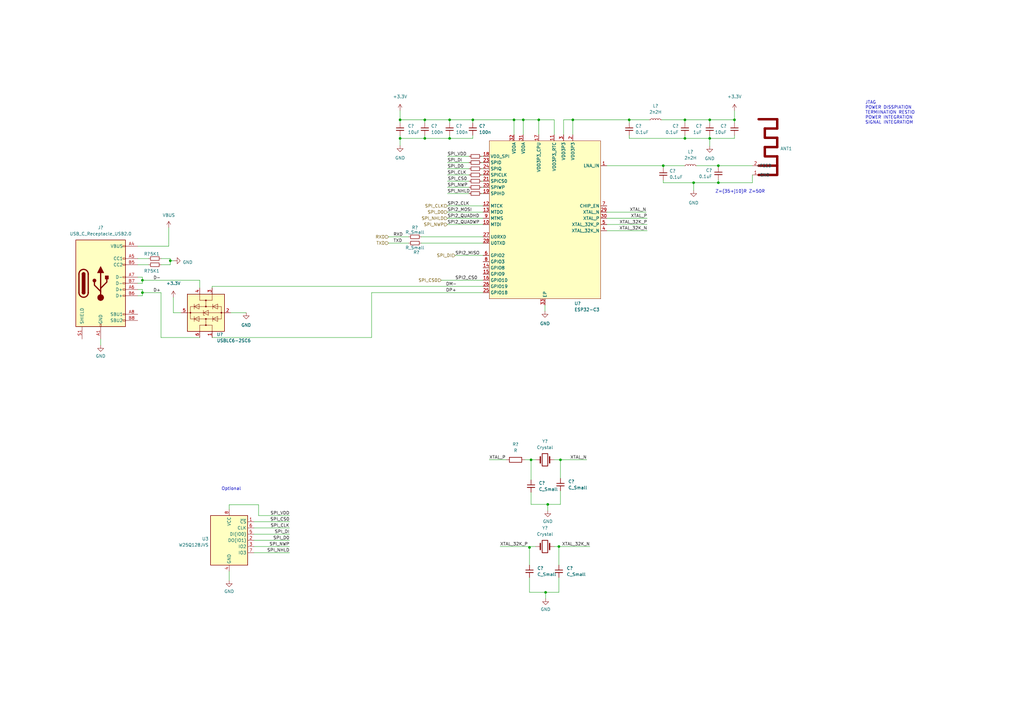
<source format=kicad_sch>
(kicad_sch (version 20230121) (generator eeschema)

  (uuid 03d3bcb8-51d4-462b-a38f-1abacd83ad44)

  (paper "A3")

  (lib_symbols
    (symbol "Connector:USB_C_Receptacle_USB2.0" (pin_names (offset 1.016)) (in_bom yes) (on_board yes)
      (property "Reference" "J" (at -10.16 19.05 0)
        (effects (font (size 1.27 1.27)) (justify left))
      )
      (property "Value" "USB_C_Receptacle_USB2.0" (at 19.05 19.05 0)
        (effects (font (size 1.27 1.27)) (justify right))
      )
      (property "Footprint" "" (at 3.81 0 0)
        (effects (font (size 1.27 1.27)) hide)
      )
      (property "Datasheet" "https://www.usb.org/sites/default/files/documents/usb_type-c.zip" (at 3.81 0 0)
        (effects (font (size 1.27 1.27)) hide)
      )
      (property "ki_keywords" "usb universal serial bus type-C USB2.0" (at 0 0 0)
        (effects (font (size 1.27 1.27)) hide)
      )
      (property "ki_description" "USB 2.0-only Type-C Receptacle connector" (at 0 0 0)
        (effects (font (size 1.27 1.27)) hide)
      )
      (property "ki_fp_filters" "USB*C*Receptacle*" (at 0 0 0)
        (effects (font (size 1.27 1.27)) hide)
      )
      (symbol "USB_C_Receptacle_USB2.0_0_0"
        (rectangle (start -0.254 -17.78) (end 0.254 -16.764)
          (stroke (width 0) (type default))
          (fill (type none))
        )
        (rectangle (start 10.16 -14.986) (end 9.144 -15.494)
          (stroke (width 0) (type default))
          (fill (type none))
        )
        (rectangle (start 10.16 -12.446) (end 9.144 -12.954)
          (stroke (width 0) (type default))
          (fill (type none))
        )
        (rectangle (start 10.16 -4.826) (end 9.144 -5.334)
          (stroke (width 0) (type default))
          (fill (type none))
        )
        (rectangle (start 10.16 -2.286) (end 9.144 -2.794)
          (stroke (width 0) (type default))
          (fill (type none))
        )
        (rectangle (start 10.16 0.254) (end 9.144 -0.254)
          (stroke (width 0) (type default))
          (fill (type none))
        )
        (rectangle (start 10.16 2.794) (end 9.144 2.286)
          (stroke (width 0) (type default))
          (fill (type none))
        )
        (rectangle (start 10.16 7.874) (end 9.144 7.366)
          (stroke (width 0) (type default))
          (fill (type none))
        )
        (rectangle (start 10.16 10.414) (end 9.144 9.906)
          (stroke (width 0) (type default))
          (fill (type none))
        )
        (rectangle (start 10.16 15.494) (end 9.144 14.986)
          (stroke (width 0) (type default))
          (fill (type none))
        )
      )
      (symbol "USB_C_Receptacle_USB2.0_0_1"
        (rectangle (start -10.16 17.78) (end 10.16 -17.78)
          (stroke (width 0.254) (type default))
          (fill (type background))
        )
        (arc (start -8.89 -3.81) (mid -6.985 -5.7067) (end -5.08 -3.81)
          (stroke (width 0.508) (type default))
          (fill (type none))
        )
        (arc (start -7.62 -3.81) (mid -6.985 -4.4423) (end -6.35 -3.81)
          (stroke (width 0.254) (type default))
          (fill (type none))
        )
        (arc (start -7.62 -3.81) (mid -6.985 -4.4423) (end -6.35 -3.81)
          (stroke (width 0.254) (type default))
          (fill (type outline))
        )
        (rectangle (start -7.62 -3.81) (end -6.35 3.81)
          (stroke (width 0.254) (type default))
          (fill (type outline))
        )
        (arc (start -6.35 3.81) (mid -6.985 4.4423) (end -7.62 3.81)
          (stroke (width 0.254) (type default))
          (fill (type none))
        )
        (arc (start -6.35 3.81) (mid -6.985 4.4423) (end -7.62 3.81)
          (stroke (width 0.254) (type default))
          (fill (type outline))
        )
        (arc (start -5.08 3.81) (mid -6.985 5.7067) (end -8.89 3.81)
          (stroke (width 0.508) (type default))
          (fill (type none))
        )
        (circle (center -2.54 1.143) (radius 0.635)
          (stroke (width 0.254) (type default))
          (fill (type outline))
        )
        (circle (center 0 -5.842) (radius 1.27)
          (stroke (width 0) (type default))
          (fill (type outline))
        )
        (polyline
          (pts
            (xy -8.89 -3.81)
            (xy -8.89 3.81)
          )
          (stroke (width 0.508) (type default))
          (fill (type none))
        )
        (polyline
          (pts
            (xy -5.08 3.81)
            (xy -5.08 -3.81)
          )
          (stroke (width 0.508) (type default))
          (fill (type none))
        )
        (polyline
          (pts
            (xy 0 -5.842)
            (xy 0 4.318)
          )
          (stroke (width 0.508) (type default))
          (fill (type none))
        )
        (polyline
          (pts
            (xy 0 -3.302)
            (xy -2.54 -0.762)
            (xy -2.54 0.508)
          )
          (stroke (width 0.508) (type default))
          (fill (type none))
        )
        (polyline
          (pts
            (xy 0 -2.032)
            (xy 2.54 0.508)
            (xy 2.54 1.778)
          )
          (stroke (width 0.508) (type default))
          (fill (type none))
        )
        (polyline
          (pts
            (xy -1.27 4.318)
            (xy 0 6.858)
            (xy 1.27 4.318)
            (xy -1.27 4.318)
          )
          (stroke (width 0.254) (type default))
          (fill (type outline))
        )
        (rectangle (start 1.905 1.778) (end 3.175 3.048)
          (stroke (width 0.254) (type default))
          (fill (type outline))
        )
      )
      (symbol "USB_C_Receptacle_USB2.0_1_1"
        (pin passive line (at 0 -22.86 90) (length 5.08)
          (name "GND" (effects (font (size 1.27 1.27))))
          (number "A1" (effects (font (size 1.27 1.27))))
        )
        (pin passive line (at 0 -22.86 90) (length 5.08) hide
          (name "GND" (effects (font (size 1.27 1.27))))
          (number "A12" (effects (font (size 1.27 1.27))))
        )
        (pin passive line (at 15.24 15.24 180) (length 5.08)
          (name "VBUS" (effects (font (size 1.27 1.27))))
          (number "A4" (effects (font (size 1.27 1.27))))
        )
        (pin bidirectional line (at 15.24 10.16 180) (length 5.08)
          (name "CC1" (effects (font (size 1.27 1.27))))
          (number "A5" (effects (font (size 1.27 1.27))))
        )
        (pin bidirectional line (at 15.24 -2.54 180) (length 5.08)
          (name "D+" (effects (font (size 1.27 1.27))))
          (number "A6" (effects (font (size 1.27 1.27))))
        )
        (pin bidirectional line (at 15.24 2.54 180) (length 5.08)
          (name "D-" (effects (font (size 1.27 1.27))))
          (number "A7" (effects (font (size 1.27 1.27))))
        )
        (pin bidirectional line (at 15.24 -12.7 180) (length 5.08)
          (name "SBU1" (effects (font (size 1.27 1.27))))
          (number "A8" (effects (font (size 1.27 1.27))))
        )
        (pin passive line (at 15.24 15.24 180) (length 5.08) hide
          (name "VBUS" (effects (font (size 1.27 1.27))))
          (number "A9" (effects (font (size 1.27 1.27))))
        )
        (pin passive line (at 0 -22.86 90) (length 5.08) hide
          (name "GND" (effects (font (size 1.27 1.27))))
          (number "B1" (effects (font (size 1.27 1.27))))
        )
        (pin passive line (at 0 -22.86 90) (length 5.08) hide
          (name "GND" (effects (font (size 1.27 1.27))))
          (number "B12" (effects (font (size 1.27 1.27))))
        )
        (pin passive line (at 15.24 15.24 180) (length 5.08) hide
          (name "VBUS" (effects (font (size 1.27 1.27))))
          (number "B4" (effects (font (size 1.27 1.27))))
        )
        (pin bidirectional line (at 15.24 7.62 180) (length 5.08)
          (name "CC2" (effects (font (size 1.27 1.27))))
          (number "B5" (effects (font (size 1.27 1.27))))
        )
        (pin bidirectional line (at 15.24 -5.08 180) (length 5.08)
          (name "D+" (effects (font (size 1.27 1.27))))
          (number "B6" (effects (font (size 1.27 1.27))))
        )
        (pin bidirectional line (at 15.24 0 180) (length 5.08)
          (name "D-" (effects (font (size 1.27 1.27))))
          (number "B7" (effects (font (size 1.27 1.27))))
        )
        (pin bidirectional line (at 15.24 -15.24 180) (length 5.08)
          (name "SBU2" (effects (font (size 1.27 1.27))))
          (number "B8" (effects (font (size 1.27 1.27))))
        )
        (pin passive line (at 15.24 15.24 180) (length 5.08) hide
          (name "VBUS" (effects (font (size 1.27 1.27))))
          (number "B9" (effects (font (size 1.27 1.27))))
        )
        (pin passive line (at -7.62 -22.86 90) (length 5.08)
          (name "SHIELD" (effects (font (size 1.27 1.27))))
          (number "S1" (effects (font (size 1.27 1.27))))
        )
      )
    )
    (symbol "Device:C_Small" (pin_numbers hide) (pin_names (offset 0.254) hide) (in_bom yes) (on_board yes)
      (property "Reference" "C" (at 0.254 1.778 0)
        (effects (font (size 1.27 1.27)) (justify left))
      )
      (property "Value" "C_Small" (at 0.254 -2.032 0)
        (effects (font (size 1.27 1.27)) (justify left))
      )
      (property "Footprint" "" (at 0 0 0)
        (effects (font (size 1.27 1.27)) hide)
      )
      (property "Datasheet" "~" (at 0 0 0)
        (effects (font (size 1.27 1.27)) hide)
      )
      (property "ki_keywords" "capacitor cap" (at 0 0 0)
        (effects (font (size 1.27 1.27)) hide)
      )
      (property "ki_description" "Unpolarized capacitor, small symbol" (at 0 0 0)
        (effects (font (size 1.27 1.27)) hide)
      )
      (property "ki_fp_filters" "C_*" (at 0 0 0)
        (effects (font (size 1.27 1.27)) hide)
      )
      (symbol "C_Small_0_1"
        (polyline
          (pts
            (xy -1.524 -0.508)
            (xy 1.524 -0.508)
          )
          (stroke (width 0.3302) (type default))
          (fill (type none))
        )
        (polyline
          (pts
            (xy -1.524 0.508)
            (xy 1.524 0.508)
          )
          (stroke (width 0.3048) (type default))
          (fill (type none))
        )
      )
      (symbol "C_Small_1_1"
        (pin passive line (at 0 2.54 270) (length 2.032)
          (name "~" (effects (font (size 1.27 1.27))))
          (number "1" (effects (font (size 1.27 1.27))))
        )
        (pin passive line (at 0 -2.54 90) (length 2.032)
          (name "~" (effects (font (size 1.27 1.27))))
          (number "2" (effects (font (size 1.27 1.27))))
        )
      )
    )
    (symbol "Device:Crystal" (pin_numbers hide) (pin_names (offset 1.016) hide) (in_bom yes) (on_board yes)
      (property "Reference" "Y" (at 0 3.81 0)
        (effects (font (size 1.27 1.27)))
      )
      (property "Value" "Crystal" (at 0 -3.81 0)
        (effects (font (size 1.27 1.27)))
      )
      (property "Footprint" "" (at 0 0 0)
        (effects (font (size 1.27 1.27)) hide)
      )
      (property "Datasheet" "~" (at 0 0 0)
        (effects (font (size 1.27 1.27)) hide)
      )
      (property "ki_keywords" "quartz ceramic resonator oscillator" (at 0 0 0)
        (effects (font (size 1.27 1.27)) hide)
      )
      (property "ki_description" "Two pin crystal" (at 0 0 0)
        (effects (font (size 1.27 1.27)) hide)
      )
      (property "ki_fp_filters" "Crystal*" (at 0 0 0)
        (effects (font (size 1.27 1.27)) hide)
      )
      (symbol "Crystal_0_1"
        (rectangle (start -1.143 2.54) (end 1.143 -2.54)
          (stroke (width 0.3048) (type default))
          (fill (type none))
        )
        (polyline
          (pts
            (xy -2.54 0)
            (xy -1.905 0)
          )
          (stroke (width 0) (type default))
          (fill (type none))
        )
        (polyline
          (pts
            (xy -1.905 -1.27)
            (xy -1.905 1.27)
          )
          (stroke (width 0.508) (type default))
          (fill (type none))
        )
        (polyline
          (pts
            (xy 1.905 -1.27)
            (xy 1.905 1.27)
          )
          (stroke (width 0.508) (type default))
          (fill (type none))
        )
        (polyline
          (pts
            (xy 2.54 0)
            (xy 1.905 0)
          )
          (stroke (width 0) (type default))
          (fill (type none))
        )
      )
      (symbol "Crystal_1_1"
        (pin passive line (at -3.81 0 0) (length 1.27)
          (name "1" (effects (font (size 1.27 1.27))))
          (number "1" (effects (font (size 1.27 1.27))))
        )
        (pin passive line (at 3.81 0 180) (length 1.27)
          (name "2" (effects (font (size 1.27 1.27))))
          (number "2" (effects (font (size 1.27 1.27))))
        )
      )
    )
    (symbol "Device:L_Small" (pin_numbers hide) (pin_names (offset 0.254) hide) (in_bom yes) (on_board yes)
      (property "Reference" "L" (at 0.762 1.016 0)
        (effects (font (size 1.27 1.27)) (justify left))
      )
      (property "Value" "L_Small" (at 0.762 -1.016 0)
        (effects (font (size 1.27 1.27)) (justify left))
      )
      (property "Footprint" "" (at 0 0 0)
        (effects (font (size 1.27 1.27)) hide)
      )
      (property "Datasheet" "~" (at 0 0 0)
        (effects (font (size 1.27 1.27)) hide)
      )
      (property "ki_keywords" "inductor choke coil reactor magnetic" (at 0 0 0)
        (effects (font (size 1.27 1.27)) hide)
      )
      (property "ki_description" "Inductor, small symbol" (at 0 0 0)
        (effects (font (size 1.27 1.27)) hide)
      )
      (property "ki_fp_filters" "Choke_* *Coil* Inductor_* L_*" (at 0 0 0)
        (effects (font (size 1.27 1.27)) hide)
      )
      (symbol "L_Small_0_1"
        (arc (start 0 -2.032) (mid 0.5058 -1.524) (end 0 -1.016)
          (stroke (width 0) (type default))
          (fill (type none))
        )
        (arc (start 0 -1.016) (mid 0.5058 -0.508) (end 0 0)
          (stroke (width 0) (type default))
          (fill (type none))
        )
        (arc (start 0 0) (mid 0.5058 0.508) (end 0 1.016)
          (stroke (width 0) (type default))
          (fill (type none))
        )
        (arc (start 0 1.016) (mid 0.5058 1.524) (end 0 2.032)
          (stroke (width 0) (type default))
          (fill (type none))
        )
      )
      (symbol "L_Small_1_1"
        (pin passive line (at 0 2.54 270) (length 0.508)
          (name "~" (effects (font (size 1.27 1.27))))
          (number "1" (effects (font (size 1.27 1.27))))
        )
        (pin passive line (at 0 -2.54 90) (length 0.508)
          (name "~" (effects (font (size 1.27 1.27))))
          (number "2" (effects (font (size 1.27 1.27))))
        )
      )
    )
    (symbol "Device:R" (pin_numbers hide) (pin_names (offset 0)) (in_bom yes) (on_board yes)
      (property "Reference" "R" (at 2.032 0 90)
        (effects (font (size 1.27 1.27)))
      )
      (property "Value" "R" (at 0 0 90)
        (effects (font (size 1.27 1.27)))
      )
      (property "Footprint" "" (at -1.778 0 90)
        (effects (font (size 1.27 1.27)) hide)
      )
      (property "Datasheet" "~" (at 0 0 0)
        (effects (font (size 1.27 1.27)) hide)
      )
      (property "ki_keywords" "R res resistor" (at 0 0 0)
        (effects (font (size 1.27 1.27)) hide)
      )
      (property "ki_description" "Resistor" (at 0 0 0)
        (effects (font (size 1.27 1.27)) hide)
      )
      (property "ki_fp_filters" "R_*" (at 0 0 0)
        (effects (font (size 1.27 1.27)) hide)
      )
      (symbol "R_0_1"
        (rectangle (start -1.016 -2.54) (end 1.016 2.54)
          (stroke (width 0.254) (type default))
          (fill (type none))
        )
      )
      (symbol "R_1_1"
        (pin passive line (at 0 3.81 270) (length 1.27)
          (name "~" (effects (font (size 1.27 1.27))))
          (number "1" (effects (font (size 1.27 1.27))))
        )
        (pin passive line (at 0 -3.81 90) (length 1.27)
          (name "~" (effects (font (size 1.27 1.27))))
          (number "2" (effects (font (size 1.27 1.27))))
        )
      )
    )
    (symbol "Device:R_Small" (pin_numbers hide) (pin_names (offset 0.254) hide) (in_bom yes) (on_board yes)
      (property "Reference" "R" (at 0.762 0.508 0)
        (effects (font (size 1.27 1.27)) (justify left))
      )
      (property "Value" "R_Small" (at 0.762 -1.016 0)
        (effects (font (size 1.27 1.27)) (justify left))
      )
      (property "Footprint" "" (at 0 0 0)
        (effects (font (size 1.27 1.27)) hide)
      )
      (property "Datasheet" "~" (at 0 0 0)
        (effects (font (size 1.27 1.27)) hide)
      )
      (property "ki_keywords" "R resistor" (at 0 0 0)
        (effects (font (size 1.27 1.27)) hide)
      )
      (property "ki_description" "Resistor, small symbol" (at 0 0 0)
        (effects (font (size 1.27 1.27)) hide)
      )
      (property "ki_fp_filters" "R_*" (at 0 0 0)
        (effects (font (size 1.27 1.27)) hide)
      )
      (symbol "R_Small_0_1"
        (rectangle (start -0.762 1.778) (end 0.762 -1.778)
          (stroke (width 0.2032) (type default))
          (fill (type none))
        )
      )
      (symbol "R_Small_1_1"
        (pin passive line (at 0 2.54 270) (length 0.762)
          (name "~" (effects (font (size 1.27 1.27))))
          (number "1" (effects (font (size 1.27 1.27))))
        )
        (pin passive line (at 0 -2.54 90) (length 0.762)
          (name "~" (effects (font (size 1.27 1.27))))
          (number "2" (effects (font (size 1.27 1.27))))
        )
      )
    )
    (symbol "Memory_Flash:W25Q128JVS" (in_bom yes) (on_board yes)
      (property "Reference" "U" (at -8.89 8.89 0)
        (effects (font (size 1.27 1.27)))
      )
      (property "Value" "W25Q128JVS" (at 7.62 8.89 0)
        (effects (font (size 1.27 1.27)))
      )
      (property "Footprint" "Package_SO:SOIC-8_5.23x5.23mm_P1.27mm" (at 0 0 0)
        (effects (font (size 1.27 1.27)) hide)
      )
      (property "Datasheet" "http://www.winbond.com/resource-files/w25q128jv_dtr%20revc%2003272018%20plus.pdf" (at 0 0 0)
        (effects (font (size 1.27 1.27)) hide)
      )
      (property "ki_keywords" "flash memory SPI QPI DTR" (at 0 0 0)
        (effects (font (size 1.27 1.27)) hide)
      )
      (property "ki_description" "128Mb Serial Flash Memory, Standard/Dual/Quad SPI, SOIC-8" (at 0 0 0)
        (effects (font (size 1.27 1.27)) hide)
      )
      (property "ki_fp_filters" "SOIC*5.23x5.23mm*P1.27mm*" (at 0 0 0)
        (effects (font (size 1.27 1.27)) hide)
      )
      (symbol "W25Q128JVS_0_1"
        (rectangle (start -7.62 10.16) (end 7.62 -10.16)
          (stroke (width 0.254) (type default))
          (fill (type background))
        )
      )
      (symbol "W25Q128JVS_1_1"
        (pin input line (at -10.16 7.62 0) (length 2.54)
          (name "~{CS}" (effects (font (size 1.27 1.27))))
          (number "1" (effects (font (size 1.27 1.27))))
        )
        (pin bidirectional line (at -10.16 0 0) (length 2.54)
          (name "DO(IO1)" (effects (font (size 1.27 1.27))))
          (number "2" (effects (font (size 1.27 1.27))))
        )
        (pin bidirectional line (at -10.16 -2.54 0) (length 2.54)
          (name "IO2" (effects (font (size 1.27 1.27))))
          (number "3" (effects (font (size 1.27 1.27))))
        )
        (pin power_in line (at 0 -12.7 90) (length 2.54)
          (name "GND" (effects (font (size 1.27 1.27))))
          (number "4" (effects (font (size 1.27 1.27))))
        )
        (pin bidirectional line (at -10.16 2.54 0) (length 2.54)
          (name "DI(IO0)" (effects (font (size 1.27 1.27))))
          (number "5" (effects (font (size 1.27 1.27))))
        )
        (pin input line (at -10.16 5.08 0) (length 2.54)
          (name "CLK" (effects (font (size 1.27 1.27))))
          (number "6" (effects (font (size 1.27 1.27))))
        )
        (pin bidirectional line (at -10.16 -5.08 0) (length 2.54)
          (name "IO3" (effects (font (size 1.27 1.27))))
          (number "7" (effects (font (size 1.27 1.27))))
        )
        (pin power_in line (at 0 12.7 270) (length 2.54)
          (name "VCC" (effects (font (size 1.27 1.27))))
          (number "8" (effects (font (size 1.27 1.27))))
        )
      )
    )
    (symbol "Power_Protection:USBLC6-2SC6" (pin_names hide) (in_bom yes) (on_board yes)
      (property "Reference" "U" (at 2.54 8.89 0)
        (effects (font (size 1.27 1.27)) (justify left))
      )
      (property "Value" "USBLC6-2SC6" (at 2.54 -8.89 0)
        (effects (font (size 1.27 1.27)) (justify left))
      )
      (property "Footprint" "Package_TO_SOT_SMD:SOT-23-6" (at 0 -12.7 0)
        (effects (font (size 1.27 1.27)) hide)
      )
      (property "Datasheet" "https://www.st.com/resource/en/datasheet/usblc6-2.pdf" (at 5.08 8.89 0)
        (effects (font (size 1.27 1.27)) hide)
      )
      (property "ki_keywords" "usb ethernet video" (at 0 0 0)
        (effects (font (size 1.27 1.27)) hide)
      )
      (property "ki_description" "Very low capacitance ESD protection diode, 2 data-line, SOT-23-6" (at 0 0 0)
        (effects (font (size 1.27 1.27)) hide)
      )
      (property "ki_fp_filters" "SOT?23*" (at 0 0 0)
        (effects (font (size 1.27 1.27)) hide)
      )
      (symbol "USBLC6-2SC6_0_1"
        (rectangle (start -7.62 -7.62) (end 7.62 7.62)
          (stroke (width 0.254) (type default))
          (fill (type background))
        )
        (circle (center -5.08 0) (radius 0.254)
          (stroke (width 0) (type default))
          (fill (type outline))
        )
        (circle (center -2.54 0) (radius 0.254)
          (stroke (width 0) (type default))
          (fill (type outline))
        )
        (rectangle (start -2.54 6.35) (end 2.54 -6.35)
          (stroke (width 0) (type default))
          (fill (type none))
        )
        (circle (center 0 -6.35) (radius 0.254)
          (stroke (width 0) (type default))
          (fill (type outline))
        )
        (polyline
          (pts
            (xy -5.08 -2.54)
            (xy -7.62 -2.54)
          )
          (stroke (width 0) (type default))
          (fill (type none))
        )
        (polyline
          (pts
            (xy -5.08 0)
            (xy -5.08 -2.54)
          )
          (stroke (width 0) (type default))
          (fill (type none))
        )
        (polyline
          (pts
            (xy -5.08 2.54)
            (xy -7.62 2.54)
          )
          (stroke (width 0) (type default))
          (fill (type none))
        )
        (polyline
          (pts
            (xy -1.524 -2.794)
            (xy -3.556 -2.794)
          )
          (stroke (width 0) (type default))
          (fill (type none))
        )
        (polyline
          (pts
            (xy -1.524 4.826)
            (xy -3.556 4.826)
          )
          (stroke (width 0) (type default))
          (fill (type none))
        )
        (polyline
          (pts
            (xy 0 -7.62)
            (xy 0 -6.35)
          )
          (stroke (width 0) (type default))
          (fill (type none))
        )
        (polyline
          (pts
            (xy 0 -6.35)
            (xy 0 1.27)
          )
          (stroke (width 0) (type default))
          (fill (type none))
        )
        (polyline
          (pts
            (xy 0 1.27)
            (xy 0 6.35)
          )
          (stroke (width 0) (type default))
          (fill (type none))
        )
        (polyline
          (pts
            (xy 0 6.35)
            (xy 0 7.62)
          )
          (stroke (width 0) (type default))
          (fill (type none))
        )
        (polyline
          (pts
            (xy 1.524 -2.794)
            (xy 3.556 -2.794)
          )
          (stroke (width 0) (type default))
          (fill (type none))
        )
        (polyline
          (pts
            (xy 1.524 4.826)
            (xy 3.556 4.826)
          )
          (stroke (width 0) (type default))
          (fill (type none))
        )
        (polyline
          (pts
            (xy 5.08 -2.54)
            (xy 7.62 -2.54)
          )
          (stroke (width 0) (type default))
          (fill (type none))
        )
        (polyline
          (pts
            (xy 5.08 0)
            (xy 5.08 -2.54)
          )
          (stroke (width 0) (type default))
          (fill (type none))
        )
        (polyline
          (pts
            (xy 5.08 2.54)
            (xy 7.62 2.54)
          )
          (stroke (width 0) (type default))
          (fill (type none))
        )
        (polyline
          (pts
            (xy -2.54 0)
            (xy -5.08 0)
            (xy -5.08 2.54)
          )
          (stroke (width 0) (type default))
          (fill (type none))
        )
        (polyline
          (pts
            (xy 2.54 0)
            (xy 5.08 0)
            (xy 5.08 2.54)
          )
          (stroke (width 0) (type default))
          (fill (type none))
        )
        (polyline
          (pts
            (xy -3.556 -4.826)
            (xy -1.524 -4.826)
            (xy -2.54 -2.794)
            (xy -3.556 -4.826)
          )
          (stroke (width 0) (type default))
          (fill (type none))
        )
        (polyline
          (pts
            (xy -3.556 2.794)
            (xy -1.524 2.794)
            (xy -2.54 4.826)
            (xy -3.556 2.794)
          )
          (stroke (width 0) (type default))
          (fill (type none))
        )
        (polyline
          (pts
            (xy -1.016 -1.016)
            (xy 1.016 -1.016)
            (xy 0 1.016)
            (xy -1.016 -1.016)
          )
          (stroke (width 0) (type default))
          (fill (type none))
        )
        (polyline
          (pts
            (xy 1.016 1.016)
            (xy 0.762 1.016)
            (xy -1.016 1.016)
            (xy -1.016 0.508)
          )
          (stroke (width 0) (type default))
          (fill (type none))
        )
        (polyline
          (pts
            (xy 3.556 -4.826)
            (xy 1.524 -4.826)
            (xy 2.54 -2.794)
            (xy 3.556 -4.826)
          )
          (stroke (width 0) (type default))
          (fill (type none))
        )
        (polyline
          (pts
            (xy 3.556 2.794)
            (xy 1.524 2.794)
            (xy 2.54 4.826)
            (xy 3.556 2.794)
          )
          (stroke (width 0) (type default))
          (fill (type none))
        )
        (circle (center 0 6.35) (radius 0.254)
          (stroke (width 0) (type default))
          (fill (type outline))
        )
        (circle (center 2.54 0) (radius 0.254)
          (stroke (width 0) (type default))
          (fill (type outline))
        )
        (circle (center 5.08 0) (radius 0.254)
          (stroke (width 0) (type default))
          (fill (type outline))
        )
      )
      (symbol "USBLC6-2SC6_1_1"
        (pin passive line (at -10.16 -2.54 0) (length 2.54)
          (name "I/O1" (effects (font (size 1.27 1.27))))
          (number "1" (effects (font (size 1.27 1.27))))
        )
        (pin passive line (at 0 -10.16 90) (length 2.54)
          (name "GND" (effects (font (size 1.27 1.27))))
          (number "2" (effects (font (size 1.27 1.27))))
        )
        (pin passive line (at 10.16 -2.54 180) (length 2.54)
          (name "I/O2" (effects (font (size 1.27 1.27))))
          (number "3" (effects (font (size 1.27 1.27))))
        )
        (pin passive line (at 10.16 2.54 180) (length 2.54)
          (name "I/O2" (effects (font (size 1.27 1.27))))
          (number "4" (effects (font (size 1.27 1.27))))
        )
        (pin passive line (at 0 10.16 270) (length 2.54)
          (name "VBUS" (effects (font (size 1.27 1.27))))
          (number "5" (effects (font (size 1.27 1.27))))
        )
        (pin passive line (at -10.16 2.54 0) (length 2.54)
          (name "I/O1" (effects (font (size 1.27 1.27))))
          (number "6" (effects (font (size 1.27 1.27))))
        )
      )
    )
    (symbol "Project_Library:ESP32-C3" (in_bom yes) (on_board yes)
      (property "Reference" "U" (at 21.59 34.29 0)
        (effects (font (size 1.27 1.27)))
      )
      (property "Value" "ESP32-C3" (at 11.43 -35.56 0)
        (effects (font (size 1.27 1.27)))
      )
      (property "Footprint" "Footprint:VFQFN-32" (at 0 3.81 0)
        (effects (font (size 1.27 1.27)) hide)
      )
      (property "Datasheet" "" (at -25.4 29.21 0)
        (effects (font (size 1.27 1.27)) hide)
      )
      (symbol "ESP32-C3_0_0"
        (pin bidirectional line (at 25.4 21.59 180) (length 2.54)
          (name "LNA_IN" (effects (font (size 1.27 1.27))))
          (number "1" (effects (font (size 1.27 1.27))))
        )
        (pin bidirectional line (at -25.4 -2.54 0) (length 2.54)
          (name "MTDI" (effects (font (size 1.27 1.27))))
          (number "10" (effects (font (size 1.27 1.27))))
        )
        (pin bidirectional line (at 3.81 34.29 270) (length 2.54)
          (name "VDD3P3_RTC" (effects (font (size 1.27 1.27))))
          (number "11" (effects (font (size 1.27 1.27))))
        )
        (pin bidirectional line (at -25.4 5.08 0) (length 2.54)
          (name "MTCK" (effects (font (size 1.27 1.27))))
          (number "12" (effects (font (size 1.27 1.27))))
        )
        (pin bidirectional line (at -25.4 2.54 0) (length 2.54)
          (name "MTDO" (effects (font (size 1.27 1.27))))
          (number "13" (effects (font (size 1.27 1.27))))
        )
        (pin bidirectional line (at -25.4 -20.32 0) (length 2.54)
          (name "GPIO8" (effects (font (size 1.27 1.27))))
          (number "14" (effects (font (size 1.27 1.27))))
        )
        (pin bidirectional line (at -25.4 -22.86 0) (length 2.54)
          (name "GPIO9" (effects (font (size 1.27 1.27))))
          (number "15" (effects (font (size 1.27 1.27))))
        )
        (pin bidirectional line (at -25.4 -25.4 0) (length 2.54)
          (name "GPIO10" (effects (font (size 1.27 1.27))))
          (number "16" (effects (font (size 1.27 1.27))))
        )
        (pin bidirectional line (at -2.54 34.29 270) (length 2.54)
          (name "VDD3P3_CPU" (effects (font (size 1.27 1.27))))
          (number "17" (effects (font (size 1.27 1.27))))
        )
        (pin unspecified line (at -25.4 25.4 0) (length 2.54)
          (name "VDD_SPI" (effects (font (size 1.27 1.27))))
          (number "18" (effects (font (size 1.27 1.27))))
        )
        (pin bidirectional line (at -25.4 10.16 0) (length 2.54)
          (name "SPIHD" (effects (font (size 1.27 1.27))))
          (number "19" (effects (font (size 1.27 1.27))))
        )
        (pin bidirectional line (at 11.43 34.29 270) (length 2.54)
          (name "VDD3P3" (effects (font (size 1.27 1.27))))
          (number "2" (effects (font (size 1.27 1.27))))
        )
        (pin bidirectional line (at -25.4 12.7 0) (length 2.54)
          (name "SPIWP" (effects (font (size 1.27 1.27))))
          (number "20" (effects (font (size 1.27 1.27))))
        )
        (pin bidirectional line (at -25.4 15.24 0) (length 2.54)
          (name "SPICS0" (effects (font (size 1.27 1.27))))
          (number "21" (effects (font (size 1.27 1.27))))
        )
        (pin bidirectional line (at -25.4 17.78 0) (length 2.54)
          (name "SPICLK" (effects (font (size 1.27 1.27))))
          (number "22" (effects (font (size 1.27 1.27))))
        )
        (pin bidirectional line (at -25.4 22.86 0) (length 2.54)
          (name "SPID" (effects (font (size 1.27 1.27))))
          (number "23" (effects (font (size 1.27 1.27))))
        )
        (pin bidirectional line (at -25.4 20.32 0) (length 2.54)
          (name "SPIQ" (effects (font (size 1.27 1.27))))
          (number "24" (effects (font (size 1.27 1.27))))
        )
        (pin bidirectional line (at -25.4 -30.48 0) (length 2.54)
          (name "GPIO18" (effects (font (size 1.27 1.27))))
          (number "25" (effects (font (size 1.27 1.27))))
        )
        (pin bidirectional line (at -25.4 -27.94 0) (length 2.54)
          (name "GPIO19" (effects (font (size 1.27 1.27))))
          (number "26" (effects (font (size 1.27 1.27))))
        )
        (pin bidirectional line (at -25.4 -7.62 0) (length 2.54)
          (name "U0RXD" (effects (font (size 1.27 1.27))))
          (number "27" (effects (font (size 1.27 1.27))))
        )
        (pin bidirectional line (at -25.4 -10.16 0) (length 2.54)
          (name "U0TXD" (effects (font (size 1.27 1.27))))
          (number "28" (effects (font (size 1.27 1.27))))
        )
        (pin bidirectional line (at 25.4 2.54 180) (length 2.54)
          (name "XTAL_N" (effects (font (size 1.27 1.27))))
          (number "29" (effects (font (size 1.27 1.27))))
        )
        (pin bidirectional line (at 7.62 34.29 270) (length 2.54)
          (name "VDD3P3" (effects (font (size 1.27 1.27))))
          (number "3" (effects (font (size 1.27 1.27))))
        )
        (pin bidirectional line (at 25.4 0 180) (length 2.54)
          (name "XTAL_P" (effects (font (size 1.27 1.27))))
          (number "30" (effects (font (size 1.27 1.27))))
        )
        (pin bidirectional line (at -8.89 34.29 270) (length 2.54)
          (name "VDDA" (effects (font (size 1.27 1.27))))
          (number "31" (effects (font (size 1.27 1.27))))
        )
        (pin bidirectional line (at -12.7 34.29 270) (length 2.54)
          (name "VDDA" (effects (font (size 1.27 1.27))))
          (number "32" (effects (font (size 1.27 1.27))))
        )
        (pin bidirectional line (at 0 -35.56 90) (length 2.54)
          (name "EP" (effects (font (size 1.27 1.27))))
          (number "33" (effects (font (size 1.27 1.27))))
        )
        (pin bidirectional line (at 25.4 -5.08 180) (length 2.54)
          (name "XTAL_32K_N" (effects (font (size 1.27 1.27))))
          (number "4" (effects (font (size 1.27 1.27))))
        )
        (pin bidirectional line (at 25.4 -2.54 180) (length 2.54)
          (name "XTAL_32K_P" (effects (font (size 1.27 1.27))))
          (number "5" (effects (font (size 1.27 1.27))))
        )
        (pin bidirectional line (at -25.4 -15.24 0) (length 2.54)
          (name "GPIO2" (effects (font (size 1.27 1.27))))
          (number "6" (effects (font (size 1.27 1.27))))
        )
        (pin bidirectional line (at 25.4 5.08 180) (length 2.54)
          (name "CHIP_EN" (effects (font (size 1.27 1.27))))
          (number "7" (effects (font (size 1.27 1.27))))
        )
        (pin bidirectional line (at -25.4 -17.78 0) (length 2.54)
          (name "GPIO3" (effects (font (size 1.27 1.27))))
          (number "8" (effects (font (size 1.27 1.27))))
        )
        (pin bidirectional line (at -25.4 0 0) (length 2.54)
          (name "MTMS" (effects (font (size 1.27 1.27))))
          (number "9" (effects (font (size 1.27 1.27))))
        )
      )
      (symbol "ESP32-C3_0_1"
        (rectangle (start -22.86 31.75) (end 22.86 -33.02)
          (stroke (width 0) (type default))
          (fill (type background))
        )
      )
    )
    (symbol "Project_Library:IFA_2.4GHz" (in_bom yes) (on_board yes)
      (property "Reference" "ANT" (at 1.27 20.32 0)
        (effects (font (size 1.27 1.27)))
      )
      (property "Value" "" (at 0 0 0)
        (effects (font (size 1.27 1.27)))
      )
      (property "Footprint" "Project:IFA_2.4GHz" (at 0 0 0)
        (effects (font (size 1.27 1.27)) hide)
      )
      (property "Datasheet" "" (at 0 0 0)
        (effects (font (size 1.27 1.27)) hide)
      )
      (property "ki_description" "A meandered Inverted F Antenna (IFA). The IFA was designed to match an impedance of 50 ohm at 2.45 GHz" (at 0 0 0)
        (effects (font (size 1.27 1.27)) hide)
      )
      (symbol "IFA_2.4GHz_0_1"
        (polyline
          (pts
            (xy 0 0)
            (xy 7.62 0)
          )
          (stroke (width 1) (type default))
          (fill (type none))
        )
        (polyline
          (pts
            (xy 0 19.05)
            (xy 7.62 19.05)
          )
          (stroke (width 1) (type default))
          (fill (type none))
        )
        (polyline
          (pts
            (xy 2.54 7.62)
            (xy 7.62 7.62)
          )
          (stroke (width 1) (type default))
          (fill (type none))
        )
        (polyline
          (pts
            (xy 2.54 15.24)
            (xy 7.62 15.24)
          )
          (stroke (width 1) (type default))
          (fill (type none))
        )
        (polyline
          (pts
            (xy 7.62 11.43)
            (xy 7.62 7.62)
          )
          (stroke (width 1) (type default))
          (fill (type none))
        )
        (polyline
          (pts
            (xy 7.62 19.05)
            (xy 7.62 15.24)
          )
          (stroke (width 1) (type default))
          (fill (type none))
        )
        (polyline
          (pts
            (xy 2.54 7.62)
            (xy 2.54 3.81)
            (xy 7.62 3.81)
          )
          (stroke (width 1) (type default))
          (fill (type none))
        )
        (polyline
          (pts
            (xy 2.54 15.24)
            (xy 2.54 11.43)
            (xy 7.62 11.43)
          )
          (stroke (width 1) (type default))
          (fill (type none))
        )
        (polyline
          (pts
            (xy 7.62 3.81)
            (xy 7.62 -3.81)
            (xy 0 -3.81)
          )
          (stroke (width 1) (type default))
          (fill (type none))
        )
      )
      (symbol "IFA_2.4GHz_1_1"
        (pin input line (at -2.54 -3.81 0) (length 2.54)
          (name "GND" (effects (font (size 1.27 1.27))))
          (number "1" (effects (font (size 1.27 1.27))))
        )
        (pin input line (at -2.54 0 0) (length 2.54)
          (name "FEED" (effects (font (size 1.27 1.27))))
          (number "2" (effects (font (size 1.27 1.27))))
        )
      )
    )
    (symbol "power:+3.3V" (power) (pin_names (offset 0)) (in_bom yes) (on_board yes)
      (property "Reference" "#PWR" (at 0 -3.81 0)
        (effects (font (size 1.27 1.27)) hide)
      )
      (property "Value" "+3.3V" (at 0 3.556 0)
        (effects (font (size 1.27 1.27)))
      )
      (property "Footprint" "" (at 0 0 0)
        (effects (font (size 1.27 1.27)) hide)
      )
      (property "Datasheet" "" (at 0 0 0)
        (effects (font (size 1.27 1.27)) hide)
      )
      (property "ki_keywords" "global power" (at 0 0 0)
        (effects (font (size 1.27 1.27)) hide)
      )
      (property "ki_description" "Power symbol creates a global label with name \"+3.3V\"" (at 0 0 0)
        (effects (font (size 1.27 1.27)) hide)
      )
      (symbol "+3.3V_0_1"
        (polyline
          (pts
            (xy -0.762 1.27)
            (xy 0 2.54)
          )
          (stroke (width 0) (type default))
          (fill (type none))
        )
        (polyline
          (pts
            (xy 0 0)
            (xy 0 2.54)
          )
          (stroke (width 0) (type default))
          (fill (type none))
        )
        (polyline
          (pts
            (xy 0 2.54)
            (xy 0.762 1.27)
          )
          (stroke (width 0) (type default))
          (fill (type none))
        )
      )
      (symbol "+3.3V_1_1"
        (pin power_in line (at 0 0 90) (length 0) hide
          (name "+3.3V" (effects (font (size 1.27 1.27))))
          (number "1" (effects (font (size 1.27 1.27))))
        )
      )
    )
    (symbol "power:GND" (power) (pin_names (offset 0)) (in_bom yes) (on_board yes)
      (property "Reference" "#PWR" (at 0 -6.35 0)
        (effects (font (size 1.27 1.27)) hide)
      )
      (property "Value" "GND" (at 0 -3.81 0)
        (effects (font (size 1.27 1.27)))
      )
      (property "Footprint" "" (at 0 0 0)
        (effects (font (size 1.27 1.27)) hide)
      )
      (property "Datasheet" "" (at 0 0 0)
        (effects (font (size 1.27 1.27)) hide)
      )
      (property "ki_keywords" "global power" (at 0 0 0)
        (effects (font (size 1.27 1.27)) hide)
      )
      (property "ki_description" "Power symbol creates a global label with name \"GND\" , ground" (at 0 0 0)
        (effects (font (size 1.27 1.27)) hide)
      )
      (symbol "GND_0_1"
        (polyline
          (pts
            (xy 0 0)
            (xy 0 -1.27)
            (xy 1.27 -1.27)
            (xy 0 -2.54)
            (xy -1.27 -1.27)
            (xy 0 -1.27)
          )
          (stroke (width 0) (type default))
          (fill (type none))
        )
      )
      (symbol "GND_1_1"
        (pin power_in line (at 0 0 270) (length 0) hide
          (name "GND" (effects (font (size 1.27 1.27))))
          (number "1" (effects (font (size 1.27 1.27))))
        )
      )
    )
    (symbol "power:VBUS" (power) (pin_names (offset 0)) (in_bom yes) (on_board yes)
      (property "Reference" "#PWR" (at 0 -3.81 0)
        (effects (font (size 1.27 1.27)) hide)
      )
      (property "Value" "VBUS" (at 0 3.81 0)
        (effects (font (size 1.27 1.27)))
      )
      (property "Footprint" "" (at 0 0 0)
        (effects (font (size 1.27 1.27)) hide)
      )
      (property "Datasheet" "" (at 0 0 0)
        (effects (font (size 1.27 1.27)) hide)
      )
      (property "ki_keywords" "global power" (at 0 0 0)
        (effects (font (size 1.27 1.27)) hide)
      )
      (property "ki_description" "Power symbol creates a global label with name \"VBUS\"" (at 0 0 0)
        (effects (font (size 1.27 1.27)) hide)
      )
      (symbol "VBUS_0_1"
        (polyline
          (pts
            (xy -0.762 1.27)
            (xy 0 2.54)
          )
          (stroke (width 0) (type default))
          (fill (type none))
        )
        (polyline
          (pts
            (xy 0 0)
            (xy 0 2.54)
          )
          (stroke (width 0) (type default))
          (fill (type none))
        )
        (polyline
          (pts
            (xy 0 2.54)
            (xy 0.762 1.27)
          )
          (stroke (width 0) (type default))
          (fill (type none))
        )
      )
      (symbol "VBUS_1_1"
        (pin power_in line (at 0 0 90) (length 0) hide
          (name "VBUS" (effects (font (size 1.27 1.27))))
          (number "1" (effects (font (size 1.27 1.27))))
        )
      )
    )
  )

  (junction (at 217.805 188.595) (diameter 0) (color 0 0 0 0)
    (uuid 06bd9061-b431-44ce-8e51-3117cf8ec4bc)
  )
  (junction (at 164.084 56.769) (diameter 0) (color 0 0 0 0)
    (uuid 16d4d5c6-dd77-4bc4-9d49-cc5f16271257)
  )
  (junction (at 291.084 49.149) (diameter 0) (color 0 0 0 0)
    (uuid 238d9935-e7da-4e0f-8bf0-8d0a741210c6)
  )
  (junction (at 164.084 49.149) (diameter 0) (color 0 0 0 0)
    (uuid 2f0282be-bc8c-4b8b-bc34-fa72421fc387)
  )
  (junction (at 294.64 67.945) (diameter 0) (color 0 0 0 0)
    (uuid 3eb2c351-e6a5-4c26-afbf-39e66d352ab0)
  )
  (junction (at 301.244 49.149) (diameter 0) (color 0 0 0 0)
    (uuid 49aaa619-cb81-4008-8cc0-bc133d01cd06)
  )
  (junction (at 258.064 49.149) (diameter 0) (color 0 0 0 0)
    (uuid 4eebf4e8-aaa2-4105-9f8c-e25ed68479b0)
  )
  (junction (at 294.64 74.93) (diameter 0) (color 0 0 0 0)
    (uuid 57503375-68ed-40c8-be83-62025ab153ad)
  )
  (junction (at 223.774 242.951) (diameter 0) (color 0 0 0 0)
    (uuid 665ab197-2b7b-40bf-8975-e680d0218fa5)
  )
  (junction (at 174.244 56.769) (diameter 0) (color 0 0 0 0)
    (uuid 67bbee16-84fa-46d2-94e1-a03df3b1f7b8)
  )
  (junction (at 58.42 114.935) (diameter 0) (color 0 0 0 0)
    (uuid 6b09209a-962d-44a0-a2d7-c3ecd1c5cf58)
  )
  (junction (at 280.924 56.769) (diameter 0) (color 0 0 0 0)
    (uuid 6b824cab-2b2b-4c87-b5f3-c5b17f32aece)
  )
  (junction (at 229.87 188.595) (diameter 0) (color 0 0 0 0)
    (uuid 72f8b9b0-5a7d-4aba-bc11-c38fc03e95fa)
  )
  (junction (at 69.85 106.934) (diameter 0) (color 0 0 0 0)
    (uuid 764f9341-ab90-4c8c-9616-46c998da49c1)
  )
  (junction (at 220.98 49.149) (diameter 0) (color 0 0 0 0)
    (uuid 77485a94-4a51-4d3a-8a12-db50519fcf25)
  )
  (junction (at 284.48 74.93) (diameter 0) (color 0 0 0 0)
    (uuid 7ebe448a-1cb4-45a7-b763-3238876d5bd6)
  )
  (junction (at 217.17 224.536) (diameter 0) (color 0 0 0 0)
    (uuid 90497b67-fc23-4c97-afc6-7cc4262fa531)
  )
  (junction (at 58.42 120.015) (diameter 0) (color 0 0 0 0)
    (uuid 929d1a31-c8a6-4b0e-80de-d3940f7833f8)
  )
  (junction (at 224.663 206.883) (diameter 0) (color 0 0 0 0)
    (uuid 97e8a8da-a571-4911-8696-a2fed16783c1)
  )
  (junction (at 234.95 49.149) (diameter 0) (color 0 0 0 0)
    (uuid ac3e0422-1173-4122-bee4-ca7b35662b68)
  )
  (junction (at 184.404 49.149) (diameter 0) (color 0 0 0 0)
    (uuid c26321ef-200b-4e4a-abdc-8a986043d122)
  )
  (junction (at 291.084 56.769) (diameter 0) (color 0 0 0 0)
    (uuid c413f5c2-7f83-4415-bd63-826005ba53f4)
  )
  (junction (at 214.63 49.149) (diameter 0) (color 0 0 0 0)
    (uuid cae5c0c4-d02e-496f-8332-7581aa4634f1)
  )
  (junction (at 229.235 224.155) (diameter 0) (color 0 0 0 0)
    (uuid df556114-ae23-4e41-aafd-a1883ec3348e)
  )
  (junction (at 280.924 49.149) (diameter 0) (color 0 0 0 0)
    (uuid e3b89822-9e08-426c-b3cb-08c195d9e0f5)
  )
  (junction (at 210.82 49.149) (diameter 0) (color 0 0 0 0)
    (uuid eb971f8c-cd3f-49df-990e-2a588f9f4ab0)
  )
  (junction (at 193.929 49.149) (diameter 0) (color 0 0 0 0)
    (uuid ebf57935-e520-4555-9afc-507979fceb11)
  )
  (junction (at 272.034 67.945) (diameter 0) (color 0 0 0 0)
    (uuid ed0aede7-224b-4d51-806d-599fc18932c5)
  )
  (junction (at 184.404 56.769) (diameter 0) (color 0 0 0 0)
    (uuid f3cb6af4-ef1e-41b9-a471-dc1206f3fc1b)
  )
  (junction (at 174.244 49.149) (diameter 0) (color 0 0 0 0)
    (uuid fb5d4e2e-6410-4924-8be6-5853b29223b7)
  )

  (wire (pts (xy 223.52 127.635) (xy 223.52 125.095))
    (stroke (width 0) (type default))
    (uuid 019a7a37-1a8f-4029-b57c-2f86e2c91375)
  )
  (wire (pts (xy 164.084 45.339) (xy 164.084 49.149))
    (stroke (width 0) (type default))
    (uuid 01d610ec-2da4-42d4-aee9-0afdff6f89e9)
  )
  (wire (pts (xy 184.404 49.149) (xy 193.929 49.149))
    (stroke (width 0) (type default))
    (uuid 0308b27d-16b9-4ab4-a263-6e8bcab29e9f)
  )
  (wire (pts (xy 229.87 188.595) (xy 240.665 188.595))
    (stroke (width 0) (type default))
    (uuid 04527bdb-c451-4005-ab51-a60a3e0f0142)
  )
  (wire (pts (xy 200.66 188.595) (xy 207.645 188.595))
    (stroke (width 0) (type default))
    (uuid 05f35047-a1da-4bf1-a34a-1de84f0a1937)
  )
  (wire (pts (xy 66.04 120.015) (xy 66.04 138.43))
    (stroke (width 0) (type default))
    (uuid 0642a56b-27ec-4291-9c8c-7d75216e4178)
  )
  (wire (pts (xy 174.244 49.149) (xy 184.404 49.149))
    (stroke (width 0) (type default))
    (uuid 07e2781b-183a-42b4-b7d4-027fc2336a5a)
  )
  (wire (pts (xy 174.244 55.499) (xy 174.244 56.769))
    (stroke (width 0) (type default))
    (uuid 09969bda-ac07-41e4-830c-23185c9eec21)
  )
  (wire (pts (xy 104.14 219.075) (xy 118.745 219.075))
    (stroke (width 0) (type default))
    (uuid 0ce6de4e-d146-4ded-b57a-76d78ec1469e)
  )
  (wire (pts (xy 93.98 207.01) (xy 106.045 207.01))
    (stroke (width 0) (type default))
    (uuid 0d7e1481-5e82-4764-a2ff-ee3d50998e14)
  )
  (wire (pts (xy 217.805 201.93) (xy 217.805 206.883))
    (stroke (width 0) (type default))
    (uuid 0f1f2d61-0075-4417-9216-67a745740eae)
  )
  (wire (pts (xy 229.87 188.595) (xy 229.87 196.215))
    (stroke (width 0) (type default))
    (uuid 10b899fe-ab7a-4fa1-b4a9-3aee3be70a20)
  )
  (wire (pts (xy 164.084 56.769) (xy 164.084 59.69))
    (stroke (width 0) (type default))
    (uuid 113df37a-fb71-457d-82c1-57afa3fbbad3)
  )
  (wire (pts (xy 258.064 49.149) (xy 266.319 49.149))
    (stroke (width 0) (type default))
    (uuid 11d21b58-57f5-4dbe-91b6-ce3ee7d55f8e)
  )
  (wire (pts (xy 183.515 64.135) (xy 192.405 64.135))
    (stroke (width 0) (type default))
    (uuid 124e8e4d-fcc5-4708-b649-cbb931659554)
  )
  (wire (pts (xy 174.244 50.419) (xy 174.244 49.149))
    (stroke (width 0) (type default))
    (uuid 156af942-ed54-4cb4-a3ea-e80361a47841)
  )
  (wire (pts (xy 217.17 224.536) (xy 217.17 231.775))
    (stroke (width 0) (type default))
    (uuid 162260ec-2e8d-468e-a0e4-0a4bf6a8539f)
  )
  (wire (pts (xy 248.92 86.995) (xy 265.049 86.995))
    (stroke (width 0) (type default))
    (uuid 176bc1bd-6d58-4516-9873-59daa747d7d6)
  )
  (wire (pts (xy 69.85 106.934) (xy 69.85 108.585))
    (stroke (width 0) (type default))
    (uuid 17b04ac4-d275-41c5-9937-fe706fb5a6b0)
  )
  (wire (pts (xy 234.95 49.149) (xy 258.064 49.149))
    (stroke (width 0) (type default))
    (uuid 19712651-83b5-44ce-9299-6678aecafa9b)
  )
  (wire (pts (xy 217.17 242.951) (xy 223.774 242.951))
    (stroke (width 0) (type default))
    (uuid 1b5cec16-4df2-4ae7-afe6-fed0b03e916a)
  )
  (wire (pts (xy 214.63 49.149) (xy 214.63 55.245))
    (stroke (width 0) (type default))
    (uuid 1fdf261b-d759-45b6-8a84-9689b57159c2)
  )
  (wire (pts (xy 183.515 71.755) (xy 192.405 71.755))
    (stroke (width 0) (type default))
    (uuid 21c6c17a-5c69-41bf-880c-16a2af0b2764)
  )
  (wire (pts (xy 81.915 114.935) (xy 81.915 118.11))
    (stroke (width 0) (type default))
    (uuid 23c338c1-99d4-4255-9e94-ad9dbcfd7bfe)
  )
  (wire (pts (xy 69.85 108.585) (xy 66.04 108.585))
    (stroke (width 0) (type default))
    (uuid 251c2b39-06b2-4f22-aca0-a278f1e509ae)
  )
  (wire (pts (xy 227.33 188.595) (xy 229.87 188.595))
    (stroke (width 0) (type default))
    (uuid 255561ca-1557-4a0f-9f77-7406c8ceadb1)
  )
  (wire (pts (xy 280.924 56.769) (xy 280.924 55.499))
    (stroke (width 0) (type default))
    (uuid 2e51c60e-d9c7-4566-b6f4-a3e7bd6060d9)
  )
  (wire (pts (xy 93.98 208.915) (xy 93.98 207.01))
    (stroke (width 0) (type default))
    (uuid 2eb8f342-3c59-41db-84d5-e10d368edcc4)
  )
  (wire (pts (xy 272.034 67.945) (xy 272.034 68.834))
    (stroke (width 0) (type default))
    (uuid 301335e2-5702-4ead-bb54-da610ea23e71)
  )
  (wire (pts (xy 193.929 49.149) (xy 210.82 49.149))
    (stroke (width 0) (type default))
    (uuid 317f622f-5095-48f7-bdd8-6700c0aca18c)
  )
  (wire (pts (xy 71.12 121.92) (xy 71.12 128.27))
    (stroke (width 0) (type default))
    (uuid 34cb2558-9f4f-4d9e-8f05-ddc1b33b8734)
  )
  (wire (pts (xy 86.995 138.43) (xy 152.4 138.43))
    (stroke (width 0) (type default))
    (uuid 34f8b705-25c6-4524-9b62-4c56ce04e811)
  )
  (wire (pts (xy 172.72 99.695) (xy 198.12 99.695))
    (stroke (width 0) (type default))
    (uuid 36797289-7e65-46d3-95d3-3506d6f03aec)
  )
  (wire (pts (xy 184.404 56.769) (xy 184.404 55.499))
    (stroke (width 0) (type default))
    (uuid 3833160a-7992-416c-811a-79c1f88d4c01)
  )
  (wire (pts (xy 197.485 79.375) (xy 198.12 79.375))
    (stroke (width 0) (type default))
    (uuid 38d4b164-c9ab-4349-81d4-860958e6ec90)
  )
  (wire (pts (xy 172.72 97.155) (xy 198.12 97.155))
    (stroke (width 0) (type default))
    (uuid 3b114e7a-3265-4801-bca4-a3791f21d4ae)
  )
  (wire (pts (xy 217.424 224.155) (xy 217.424 224.536))
    (stroke (width 0) (type default))
    (uuid 3d6bf1bc-f952-4b8e-ae6e-8d7a8bce75ca)
  )
  (wire (pts (xy 104.14 213.995) (xy 118.745 213.995))
    (stroke (width 0) (type default))
    (uuid 43336835-ea74-4199-9427-7a3d513eb4e4)
  )
  (wire (pts (xy 152.4 120.015) (xy 198.12 120.015))
    (stroke (width 0) (type default))
    (uuid 448c35c5-9bcd-43d8-bd7d-53c1c09f3c2f)
  )
  (wire (pts (xy 231.14 49.149) (xy 231.14 55.245))
    (stroke (width 0) (type default))
    (uuid 44a14020-6eee-421a-bf76-ea43bfaedcbb)
  )
  (wire (pts (xy 56.515 116.205) (xy 58.42 116.205))
    (stroke (width 0) (type default))
    (uuid 456f74b2-5e38-4039-bd5b-315f9d8216a1)
  )
  (wire (pts (xy 220.98 55.245) (xy 220.98 49.149))
    (stroke (width 0) (type default))
    (uuid 469ae2f2-ec35-442b-8451-e86c1522bf2b)
  )
  (wire (pts (xy 234.95 55.245) (xy 234.95 49.149))
    (stroke (width 0) (type default))
    (uuid 46a9a212-c6a5-4267-a41c-f9c9ee619296)
  )
  (wire (pts (xy 301.244 49.149) (xy 291.084 49.149))
    (stroke (width 0) (type default))
    (uuid 46db2c10-cd43-4676-8a74-a077e58cb240)
  )
  (wire (pts (xy 58.42 114.935) (xy 58.42 116.205))
    (stroke (width 0) (type default))
    (uuid 4902ceb9-2362-4059-a9f6-6d1bf4f28d2a)
  )
  (wire (pts (xy 183.515 84.455) (xy 198.12 84.455))
    (stroke (width 0) (type default))
    (uuid 4902fe1e-a022-4e7c-8701-223b1f3dffd4)
  )
  (wire (pts (xy 223.774 242.951) (xy 223.774 245.491))
    (stroke (width 0) (type default))
    (uuid 4aa75c90-d7f9-4f46-879a-338e2027ec1f)
  )
  (wire (pts (xy 210.82 49.149) (xy 210.82 55.245))
    (stroke (width 0) (type default))
    (uuid 4bc16d05-6565-4626-96b2-c71d1e05498d)
  )
  (wire (pts (xy 86.995 117.475) (xy 198.12 117.475))
    (stroke (width 0) (type default))
    (uuid 52695b31-fc62-4586-b2ac-8896089c0ed0)
  )
  (wire (pts (xy 69.215 100.965) (xy 69.215 93.345))
    (stroke (width 0) (type default))
    (uuid 53c11c94-47df-41b1-a398-026cd82543da)
  )
  (wire (pts (xy 291.084 49.149) (xy 280.924 49.149))
    (stroke (width 0) (type default))
    (uuid 53ff46e2-0650-4707-9bfe-7f21929beb74)
  )
  (wire (pts (xy 94.615 128.27) (xy 100.965 128.27))
    (stroke (width 0) (type default))
    (uuid 568ee66b-92bc-407f-b9ad-cf6323b62341)
  )
  (wire (pts (xy 224.663 206.883) (xy 229.87 206.883))
    (stroke (width 0) (type default))
    (uuid 57a75655-a55c-46d5-ac79-18c1035e9e50)
  )
  (wire (pts (xy 106.045 211.455) (xy 118.745 211.455))
    (stroke (width 0) (type default))
    (uuid 5bbe7e7c-ad50-4aaa-b49c-3a4bd8afa8d7)
  )
  (wire (pts (xy 86.995 117.475) (xy 86.995 118.11))
    (stroke (width 0) (type default))
    (uuid 5d9404b6-0983-44b4-823c-935b7bdf53b7)
  )
  (wire (pts (xy 229.235 224.155) (xy 229.235 231.775))
    (stroke (width 0) (type default))
    (uuid 5e5b8a73-dd61-436d-9d5d-505fca1aed07)
  )
  (wire (pts (xy 217.805 188.595) (xy 219.71 188.595))
    (stroke (width 0) (type default))
    (uuid 5e7359ec-e296-4b7c-a07a-dd93750cab9e)
  )
  (wire (pts (xy 197.485 76.835) (xy 198.12 76.835))
    (stroke (width 0) (type default))
    (uuid 5ec2c0be-83ad-4e1b-8c46-1f58bd21aac3)
  )
  (wire (pts (xy 258.064 55.499) (xy 258.064 56.769))
    (stroke (width 0) (type default))
    (uuid 5ecd36cc-3f13-4b44-8327-c3666f34f6e1)
  )
  (wire (pts (xy 220.98 49.149) (xy 227.33 49.149))
    (stroke (width 0) (type default))
    (uuid 641d988a-4536-42fa-87a5-ad303ebb7214)
  )
  (wire (pts (xy 183.515 66.675) (xy 192.405 66.675))
    (stroke (width 0) (type default))
    (uuid 6494a0b5-fe9b-4785-8f17-a5b5f383651b)
  )
  (wire (pts (xy 301.244 50.419) (xy 301.244 49.149))
    (stroke (width 0) (type default))
    (uuid 65591f82-de98-4e1c-b195-687d62a4febd)
  )
  (wire (pts (xy 58.42 120.015) (xy 66.04 120.015))
    (stroke (width 0) (type default))
    (uuid 68a77a9d-ffef-406f-8c01-e10bb02baa07)
  )
  (wire (pts (xy 197.485 64.135) (xy 198.12 64.135))
    (stroke (width 0) (type default))
    (uuid 6d11ebec-7b5c-4cc7-9bdc-96fce3854223)
  )
  (wire (pts (xy 56.515 113.665) (xy 58.42 113.665))
    (stroke (width 0) (type default))
    (uuid 744fdb49-91b3-4b6d-a80b-0f0434810c8c)
  )
  (wire (pts (xy 186.69 104.775) (xy 198.12 104.775))
    (stroke (width 0) (type default))
    (uuid 7499e1ad-1e4b-4f5d-a9a7-59bb442945fa)
  )
  (wire (pts (xy 58.42 114.935) (xy 81.915 114.935))
    (stroke (width 0) (type default))
    (uuid 7655db3a-c45a-4ddb-95c6-482a2783264c)
  )
  (wire (pts (xy 308.61 74.93) (xy 294.64 74.93))
    (stroke (width 0) (type default))
    (uuid 778370a7-6342-47f8-bbf2-0a99f5763e1e)
  )
  (wire (pts (xy 217.805 188.595) (xy 217.805 196.85))
    (stroke (width 0) (type default))
    (uuid 77df6408-c685-4815-849e-86233f035ecc)
  )
  (wire (pts (xy 193.929 56.769) (xy 184.404 56.769))
    (stroke (width 0) (type default))
    (uuid 79ad4672-1c4f-4c2c-9b18-245fd1f07821)
  )
  (wire (pts (xy 301.244 55.499) (xy 301.244 56.769))
    (stroke (width 0) (type default))
    (uuid 7a2ad80e-01d2-4f20-946c-a788955578e5)
  )
  (wire (pts (xy 56.515 106.045) (xy 60.96 106.045))
    (stroke (width 0) (type default))
    (uuid 7ba12f58-31cc-4b70-969f-1ff2d81f2924)
  )
  (wire (pts (xy 197.485 69.215) (xy 198.12 69.215))
    (stroke (width 0) (type default))
    (uuid 7c92418d-75e2-4841-91a0-e3e81d785dbe)
  )
  (wire (pts (xy 183.515 69.215) (xy 192.405 69.215))
    (stroke (width 0) (type default))
    (uuid 7cc10c62-3ea0-4810-889a-26b52d8cda57)
  )
  (wire (pts (xy 291.084 56.769) (xy 291.084 59.944))
    (stroke (width 0) (type default))
    (uuid 7e3cd638-5995-44e3-a864-cf76318c672f)
  )
  (wire (pts (xy 104.14 226.695) (xy 118.745 226.695))
    (stroke (width 0) (type default))
    (uuid 7e493599-81f6-40f6-92c4-cb84151c1ff2)
  )
  (wire (pts (xy 106.045 207.01) (xy 106.045 211.455))
    (stroke (width 0) (type default))
    (uuid 8067b17e-f910-487e-90cf-2ecf425311ac)
  )
  (wire (pts (xy 210.82 49.149) (xy 214.63 49.149))
    (stroke (width 0) (type default))
    (uuid 824abee0-282b-46bf-87c1-c770fd81e3c3)
  )
  (wire (pts (xy 280.924 50.419) (xy 280.924 49.149))
    (stroke (width 0) (type default))
    (uuid 82f67021-1a2f-440d-a872-397f9c8b6cc6)
  )
  (wire (pts (xy 234.95 49.149) (xy 231.14 49.149))
    (stroke (width 0) (type default))
    (uuid 8337b12c-a1a4-4913-97f8-1e8263bd4bd3)
  )
  (wire (pts (xy 217.424 224.155) (xy 219.71 224.155))
    (stroke (width 0) (type default))
    (uuid 848d5a25-87d6-4460-a8a4-8871181d578c)
  )
  (wire (pts (xy 41.275 139.065) (xy 41.275 141.605))
    (stroke (width 0) (type default))
    (uuid 85231620-a228-488b-9f24-8ac912511086)
  )
  (wire (pts (xy 301.244 56.769) (xy 291.084 56.769))
    (stroke (width 0) (type default))
    (uuid 85c4857b-1c08-4f0f-bcf0-1bf14ab99c58)
  )
  (wire (pts (xy 164.084 55.499) (xy 164.084 56.769))
    (stroke (width 0) (type default))
    (uuid 8680ea94-4b20-4a36-990f-51fd8eeb82b4)
  )
  (wire (pts (xy 227.33 224.155) (xy 229.235 224.155))
    (stroke (width 0) (type default))
    (uuid 884b3673-0d35-4676-8e16-0d8492f343d5)
  )
  (wire (pts (xy 223.774 242.951) (xy 229.235 242.951))
    (stroke (width 0) (type default))
    (uuid 88b37d08-cb36-48e3-a8a1-ae9147c2b069)
  )
  (wire (pts (xy 159.385 99.695) (xy 167.64 99.695))
    (stroke (width 0) (type default))
    (uuid 8a90bff3-70cc-4b63-b365-302b71699be2)
  )
  (wire (pts (xy 214.63 49.149) (xy 220.98 49.149))
    (stroke (width 0) (type default))
    (uuid 8accdab3-feeb-4f85-8fca-08479a85ca12)
  )
  (wire (pts (xy 272.034 73.914) (xy 272.034 74.93))
    (stroke (width 0) (type default))
    (uuid 8ae5e0f4-ef11-470d-9c13-880ef8888fa2)
  )
  (wire (pts (xy 69.85 106.934) (xy 71.374 106.934))
    (stroke (width 0) (type default))
    (uuid 8b8c2581-2ce3-4534-a786-0554be050373)
  )
  (wire (pts (xy 284.48 74.93) (xy 284.48 78.105))
    (stroke (width 0) (type default))
    (uuid 8c82b888-5891-42c9-a08d-01f28ffc1454)
  )
  (wire (pts (xy 152.4 138.43) (xy 152.4 120.015))
    (stroke (width 0) (type default))
    (uuid 8da58859-ee2e-4062-ba4b-28dc2f964ec9)
  )
  (wire (pts (xy 294.64 67.945) (xy 308.61 67.945))
    (stroke (width 0) (type default))
    (uuid 8dd7448b-5970-44a6-a9fd-e3cbeb42cc68)
  )
  (wire (pts (xy 227.33 55.245) (xy 227.33 49.149))
    (stroke (width 0) (type default))
    (uuid 8f7b1e4c-8b0f-4e1f-abf1-1fffcfbd21c0)
  )
  (wire (pts (xy 272.034 67.945) (xy 280.67 67.945))
    (stroke (width 0) (type default))
    (uuid 91fe9ddd-d667-44cc-a650-7b5aa3a84868)
  )
  (wire (pts (xy 291.084 56.769) (xy 280.924 56.769))
    (stroke (width 0) (type default))
    (uuid 94aaa981-4b5c-4b83-afd6-370253b635b2)
  )
  (wire (pts (xy 58.42 121.285) (xy 56.515 121.285))
    (stroke (width 0) (type default))
    (uuid 94e56d70-328c-438d-9dae-f69a4a84d056)
  )
  (wire (pts (xy 183.515 76.835) (xy 192.405 76.835))
    (stroke (width 0) (type default))
    (uuid 9561ae7c-e10d-48d6-9266-8b7b9a6900f9)
  )
  (wire (pts (xy 301.244 45.339) (xy 301.244 49.149))
    (stroke (width 0) (type default))
    (uuid 983ab7a6-0ad4-4cda-8013-e58cff1ea0ed)
  )
  (wire (pts (xy 291.084 55.499) (xy 291.084 56.769))
    (stroke (width 0) (type default))
    (uuid 985272fe-7016-4b1e-a666-c7247c13abe0)
  )
  (wire (pts (xy 183.515 89.535) (xy 198.12 89.535))
    (stroke (width 0) (type default))
    (uuid 9c12626f-9d9f-4d75-99ce-092d40301734)
  )
  (wire (pts (xy 74.295 128.27) (xy 71.12 128.27))
    (stroke (width 0) (type default))
    (uuid 9f59da0a-10a8-4637-8432-7e03b1478c11)
  )
  (wire (pts (xy 56.515 100.965) (xy 69.215 100.965))
    (stroke (width 0) (type default))
    (uuid a01853dd-9d5a-4e9c-a3a0-30d06722eda6)
  )
  (wire (pts (xy 164.084 50.419) (xy 164.084 49.149))
    (stroke (width 0) (type default))
    (uuid a08eae65-0f77-4e0a-b35d-21cacda353f0)
  )
  (wire (pts (xy 183.515 74.295) (xy 192.405 74.295))
    (stroke (width 0) (type default))
    (uuid a0fa1280-6368-4202-966a-fdbf994e2130)
  )
  (wire (pts (xy 248.92 67.945) (xy 272.034 67.945))
    (stroke (width 0) (type default))
    (uuid a0fddc7f-42a8-45ef-9319-04491c41329a)
  )
  (wire (pts (xy 164.084 56.769) (xy 174.244 56.769))
    (stroke (width 0) (type default))
    (uuid a2e9db4e-6d36-4339-bc7c-9f003176bec6)
  )
  (wire (pts (xy 248.92 92.075) (xy 265.43 92.075))
    (stroke (width 0) (type default))
    (uuid a359e568-3b82-45d4-99cc-5ae869d3e070)
  )
  (wire (pts (xy 66.04 138.43) (xy 81.915 138.43))
    (stroke (width 0) (type default))
    (uuid a6005340-e528-47b0-aaaa-e37349a72260)
  )
  (wire (pts (xy 56.515 108.585) (xy 60.96 108.585))
    (stroke (width 0) (type default))
    (uuid aaf4c140-729d-43e7-bacd-39b7c6ef2b9d)
  )
  (wire (pts (xy 248.92 89.535) (xy 265.43 89.535))
    (stroke (width 0) (type default))
    (uuid ab569243-20fd-4d65-b756-1e83e69dae14)
  )
  (wire (pts (xy 229.235 236.855) (xy 229.235 242.951))
    (stroke (width 0) (type default))
    (uuid ac8f9b27-b388-4f19-8d95-387405f32264)
  )
  (wire (pts (xy 217.17 224.155) (xy 217.17 224.536))
    (stroke (width 0) (type default))
    (uuid acc6503e-148b-4bf3-a503-98d51e5febbd)
  )
  (wire (pts (xy 215.265 188.595) (xy 217.805 188.595))
    (stroke (width 0) (type default))
    (uuid b00ddb99-9901-477c-b9ba-a612f5e0fd77)
  )
  (wire (pts (xy 193.929 55.499) (xy 193.929 56.769))
    (stroke (width 0) (type default))
    (uuid b0cadb89-28c6-434e-84b1-ea2fe5513ead)
  )
  (wire (pts (xy 69.85 106.045) (xy 69.85 106.934))
    (stroke (width 0) (type default))
    (uuid b1eb4ceb-050c-4795-bd99-8327b4f69d4e)
  )
  (wire (pts (xy 104.14 216.535) (xy 118.745 216.535))
    (stroke (width 0) (type default))
    (uuid b240b910-e5e5-4381-a21c-c8fe36bcf704)
  )
  (wire (pts (xy 197.485 74.295) (xy 198.12 74.295))
    (stroke (width 0) (type default))
    (uuid b32595ec-d906-448e-a0e3-1de0f3554d81)
  )
  (wire (pts (xy 104.14 224.155) (xy 118.745 224.155))
    (stroke (width 0) (type default))
    (uuid b362340c-c7a6-4ea4-ab23-47cd052059b1)
  )
  (wire (pts (xy 164.084 49.149) (xy 174.244 49.149))
    (stroke (width 0) (type default))
    (uuid b4a9c156-c01d-4a24-ae5d-e533d9c382f5)
  )
  (wire (pts (xy 197.485 66.675) (xy 198.12 66.675))
    (stroke (width 0) (type default))
    (uuid bf3231d8-fc06-47d4-84f9-e5d8a400131f)
  )
  (wire (pts (xy 294.64 74.93) (xy 284.48 74.93))
    (stroke (width 0) (type default))
    (uuid c15767bd-6a0a-4da6-98ef-654e805670da)
  )
  (wire (pts (xy 193.929 49.149) (xy 193.929 50.419))
    (stroke (width 0) (type default))
    (uuid c22322d3-e4aa-479a-a283-64bbc20e7916)
  )
  (wire (pts (xy 248.92 94.615) (xy 265.43 94.615))
    (stroke (width 0) (type default))
    (uuid c2a12ba8-b0b9-49b3-9e97-8da8989bb5c7)
  )
  (wire (pts (xy 217.17 224.536) (xy 217.424 224.536))
    (stroke (width 0) (type default))
    (uuid c4699742-9795-416b-a9c9-2df8ed0bc82e)
  )
  (wire (pts (xy 205.105 224.155) (xy 217.17 224.155))
    (stroke (width 0) (type default))
    (uuid cca6e62c-64b2-4354-a6b4-efce14bbe351)
  )
  (wire (pts (xy 93.98 234.315) (xy 93.98 238.125))
    (stroke (width 0) (type default))
    (uuid cef25f3e-625f-43d8-8761-6958eb13a458)
  )
  (wire (pts (xy 197.485 71.755) (xy 198.12 71.755))
    (stroke (width 0) (type default))
    (uuid cf0995d2-e5e8-4162-b2e4-a9b6520ea26c)
  )
  (wire (pts (xy 183.515 86.995) (xy 198.12 86.995))
    (stroke (width 0) (type default))
    (uuid d03ff31c-dab6-4ac8-98cf-902b4d7a1f2b)
  )
  (wire (pts (xy 291.084 50.419) (xy 291.084 49.149))
    (stroke (width 0) (type default))
    (uuid d0971466-9ea9-4a0b-a573-98ffbe4ea13e)
  )
  (wire (pts (xy 229.235 224.155) (xy 241.935 224.155))
    (stroke (width 0) (type default))
    (uuid d1cdae56-47ec-4940-8f6b-298ee112b8fc)
  )
  (wire (pts (xy 183.515 92.075) (xy 198.12 92.075))
    (stroke (width 0) (type default))
    (uuid d2a80385-45e3-4389-918e-18e1889f449d)
  )
  (wire (pts (xy 258.064 49.149) (xy 258.064 50.419))
    (stroke (width 0) (type default))
    (uuid dd02aedf-45d5-4100-86b9-826bb04074ab)
  )
  (wire (pts (xy 159.385 97.155) (xy 167.64 97.155))
    (stroke (width 0) (type default))
    (uuid dd6fc361-f0ae-4e5c-b633-c45082baed11)
  )
  (wire (pts (xy 224.663 206.883) (xy 224.663 209.423))
    (stroke (width 0) (type default))
    (uuid e0093bc2-3616-4897-9b7d-d702a246c7c9)
  )
  (wire (pts (xy 308.61 71.755) (xy 308.61 74.93))
    (stroke (width 0) (type default))
    (uuid e03f42b7-248a-4793-9bfc-1386db82478a)
  )
  (wire (pts (xy 229.87 201.295) (xy 229.87 206.883))
    (stroke (width 0) (type default))
    (uuid e05c4139-4200-4856-8797-4a84f07bd6a4)
  )
  (wire (pts (xy 180.975 114.935) (xy 198.12 114.935))
    (stroke (width 0) (type default))
    (uuid e164020b-1acf-486f-9fd4-c71943021287)
  )
  (wire (pts (xy 217.17 236.855) (xy 217.17 242.951))
    (stroke (width 0) (type default))
    (uuid e284f55f-bfb7-4287-9c5b-d3c0f91ac263)
  )
  (wire (pts (xy 294.64 67.945) (xy 285.75 67.945))
    (stroke (width 0) (type default))
    (uuid e5d6b25a-24b3-4716-bb40-484ae028269f)
  )
  (wire (pts (xy 217.805 206.883) (xy 224.663 206.883))
    (stroke (width 0) (type default))
    (uuid e6900776-d665-4e52-ad91-0d854e4df3d4)
  )
  (wire (pts (xy 104.14 221.615) (xy 118.745 221.615))
    (stroke (width 0) (type default))
    (uuid e719cc70-0d8b-4ca9-9cb5-a97ba0243812)
  )
  (wire (pts (xy 183.515 79.375) (xy 192.405 79.375))
    (stroke (width 0) (type default))
    (uuid e7ff63e2-bb3c-4794-80e2-a205aa86f83d)
  )
  (wire (pts (xy 58.42 113.665) (xy 58.42 114.935))
    (stroke (width 0) (type default))
    (uuid e8020215-0974-4e1c-bd36-0100655a2fab)
  )
  (wire (pts (xy 66.04 106.045) (xy 69.85 106.045))
    (stroke (width 0) (type default))
    (uuid e8d54bad-ba94-440a-9d4e-6e4dc6b078eb)
  )
  (wire (pts (xy 58.42 118.745) (xy 58.42 120.015))
    (stroke (width 0) (type default))
    (uuid e9d89be0-755d-45e5-964e-f8e5795c6b71)
  )
  (wire (pts (xy 174.244 56.769) (xy 184.404 56.769))
    (stroke (width 0) (type default))
    (uuid ebfed3b2-32d7-4f5c-871e-20c25e12096d)
  )
  (wire (pts (xy 58.42 120.015) (xy 58.42 121.285))
    (stroke (width 0) (type default))
    (uuid ed9e18f1-8497-445a-9750-1d442329f72c)
  )
  (wire (pts (xy 294.64 73.66) (xy 294.64 74.93))
    (stroke (width 0) (type default))
    (uuid f2d23764-61ae-4baf-96dd-23c51e4b927f)
  )
  (wire (pts (xy 294.64 67.945) (xy 294.64 68.58))
    (stroke (width 0) (type default))
    (uuid f58992a2-f0d6-42a9-a20e-6af9fdfaaa41)
  )
  (wire (pts (xy 280.924 49.149) (xy 271.399 49.149))
    (stroke (width 0) (type default))
    (uuid f613a0f7-9061-40f8-9c8d-3dfd9cf9205b)
  )
  (wire (pts (xy 280.924 56.769) (xy 258.064 56.769))
    (stroke (width 0) (type default))
    (uuid fa3e79e8-2059-40de-80db-a5042705c178)
  )
  (wire (pts (xy 284.48 74.93) (xy 272.034 74.93))
    (stroke (width 0) (type default))
    (uuid fc66a67a-142d-4aa0-a800-033b34c05943)
  )
  (wire (pts (xy 56.515 118.745) (xy 58.42 118.745))
    (stroke (width 0) (type default))
    (uuid fd2f27c8-c393-4af0-b2ba-73b752639508)
  )
  (wire (pts (xy 184.404 50.419) (xy 184.404 49.149))
    (stroke (width 0) (type default))
    (uuid ff5ee51e-29eb-488f-8a6b-f48bbfd4719f)
  )

  (text "Optional\n" (at 90.805 201.295 0)
    (effects (font (size 1.27 1.27)) (justify left bottom))
    (uuid 7c54c4f7-82f7-40b3-a379-22d738a38a69)
  )
  (text "JTAG\nPOWER DISSPIATION\nTERMIINATION RESTIO\nPOWER INTEGRATION\nSIGNAL INTEGRATIOM"
    (at 354.838 51.054 0)
    (effects (font (size 1.27 1.27)) (justify left bottom))
    (uuid a5273bc2-f86f-4775-a4f2-dd70be737441)
  )
  (text "Z=(35+j10)R Z=50R\n" (at 293.37 79.375 0)
    (effects (font (size 1.27 1.27)) (justify left bottom))
    (uuid c7b10c5c-5b29-41bd-a3fa-f69831844ea0)
  )

  (label "SPI_D0" (at 183.515 69.215 0) (fields_autoplaced)
    (effects (font (size 1.27 1.27)) (justify left bottom))
    (uuid 071ab755-db11-4bf9-9556-ce8b031d6515)
  )
  (label "XTAL_P" (at 200.66 188.595 0) (fields_autoplaced)
    (effects (font (size 1.27 1.27)) (justify left bottom))
    (uuid 0f8f1dbd-8d43-40e2-84a3-9c057e7fe7e8)
  )
  (label "XTAL_32K_P" (at 265.43 92.075 180) (fields_autoplaced)
    (effects (font (size 1.27 1.27)) (justify right bottom))
    (uuid 12b65759-67e6-4b49-a36e-f8a8b0141429)
  )
  (label "SPI_NHLD" (at 118.745 226.695 180) (fields_autoplaced)
    (effects (font (size 1.27 1.27)) (justify right bottom))
    (uuid 1502dc57-d3ae-4f1b-80c3-155b338a3380)
  )
  (label "SPI_DI" (at 118.745 219.075 180) (fields_autoplaced)
    (effects (font (size 1.27 1.27)) (justify right bottom))
    (uuid 26308996-6c52-4aa0-bedd-ed56c6c50ae6)
  )
  (label "SPI2_MISO" (at 186.69 104.775 0) (fields_autoplaced)
    (effects (font (size 1.27 1.27)) (justify left bottom))
    (uuid 2a4ad772-c778-4007-afb4-c1aba675331e)
  )
  (label "XTAL_N" (at 265.049 86.995 180) (fields_autoplaced)
    (effects (font (size 1.27 1.27)) (justify right bottom))
    (uuid 31b1bf69-a6f8-47a8-bcaa-e086dedc3c27)
  )
  (label "DP+" (at 182.88 120.015 0) (fields_autoplaced)
    (effects (font (size 1.27 1.27)) (justify left bottom))
    (uuid 44926f1b-c306-4ca3-af0a-97946aa28676)
  )
  (label "SPI_NHLD" (at 183.515 79.375 0) (fields_autoplaced)
    (effects (font (size 1.27 1.27)) (justify left bottom))
    (uuid 4e334bf3-059e-4b1e-8184-c8ded21a25ae)
  )
  (label "SPI2_MOSI" (at 183.515 86.995 0) (fields_autoplaced)
    (effects (font (size 1.27 1.27)) (justify left bottom))
    (uuid 4f018620-a63c-43ce-92a0-a9ca0c2ca864)
  )
  (label "SPI_CS0" (at 118.745 213.995 180) (fields_autoplaced)
    (effects (font (size 1.27 1.27)) (justify right bottom))
    (uuid 5c33d66b-226b-49bf-b02a-0f2d9ea2cec6)
  )
  (label "SPI_NWP" (at 118.745 224.155 180) (fields_autoplaced)
    (effects (font (size 1.27 1.27)) (justify right bottom))
    (uuid 6bf42888-a223-4214-b55f-416ee34c1918)
  )
  (label "SPI_CS0" (at 183.642 74.295 0) (fields_autoplaced)
    (effects (font (size 1.27 1.27)) (justify left bottom))
    (uuid 7d93c500-f7db-4e44-8bec-211f92a4fc9e)
  )
  (label "SPI_CLK" (at 183.515 71.755 0) (fields_autoplaced)
    (effects (font (size 1.27 1.27)) (justify left bottom))
    (uuid 81360d6a-70c4-4dbc-b90d-c73d38f78e33)
  )
  (label "XTAL_P" (at 265.43 89.535 180) (fields_autoplaced)
    (effects (font (size 1.27 1.27)) (justify right bottom))
    (uuid 868bbc87-380f-410a-b5b0-634556a55f77)
  )
  (label "SPI_DI" (at 183.515 66.675 0) (fields_autoplaced)
    (effects (font (size 1.27 1.27)) (justify left bottom))
    (uuid 87807881-6910-49e4-8e0b-48dac4b1e67a)
  )
  (label "SPI2_CLK" (at 183.515 84.455 0) (fields_autoplaced)
    (effects (font (size 1.27 1.27)) (justify left bottom))
    (uuid 8a08f1a7-4680-42cf-b134-1e3f462c09c7)
  )
  (label "SPI2_QUADWP" (at 183.515 92.075 0) (fields_autoplaced)
    (effects (font (size 1.27 1.27)) (justify left bottom))
    (uuid 92e227e2-25f1-4fd1-bd47-948c820f89db)
  )
  (label "TXD" (at 161.29 99.695 0) (fields_autoplaced)
    (effects (font (size 1.27 1.27)) (justify left bottom))
    (uuid 9a6914ae-ee1b-4757-b32f-8f032c50ba92)
  )
  (label "XTAL_32K_N" (at 241.935 224.155 180) (fields_autoplaced)
    (effects (font (size 1.27 1.27)) (justify right bottom))
    (uuid adbcd0ec-fd49-4ede-895a-7202dfe66b9d)
  )
  (label "SPI_D0" (at 118.745 221.615 180) (fields_autoplaced)
    (effects (font (size 1.27 1.27)) (justify right bottom))
    (uuid afc8d1d2-65b0-438d-a41e-9fc2b297e222)
  )
  (label "RXD" (at 161.29 97.155 0) (fields_autoplaced)
    (effects (font (size 1.27 1.27)) (justify left bottom))
    (uuid b29f0653-0b01-4530-9a16-0a963d7cc947)
  )
  (label "SPI_VDD" (at 118.745 211.455 180) (fields_autoplaced)
    (effects (font (size 1.27 1.27)) (justify right bottom))
    (uuid c2310428-f6b2-4129-8943-dd3c7a0f67c4)
  )
  (label "XTAL_N" (at 240.665 188.595 180) (fields_autoplaced)
    (effects (font (size 1.27 1.27)) (justify right bottom))
    (uuid cc6cf29e-668f-452e-bef5-6c23b12d6442)
  )
  (label "D+" (at 62.865 120.015 0) (fields_autoplaced)
    (effects (font (size 1.27 1.27)) (justify left bottom))
    (uuid d35b62b6-80ae-4caa-91c8-52e15fbf66d9)
  )
  (label "SPI_CLK" (at 118.745 216.535 180) (fields_autoplaced)
    (effects (font (size 1.27 1.27)) (justify right bottom))
    (uuid d3e4b1f6-5698-409f-b92d-45a3f178d539)
  )
  (label "D-" (at 62.865 114.935 0) (fields_autoplaced)
    (effects (font (size 1.27 1.27)) (justify left bottom))
    (uuid d4223481-fa53-4779-bf92-657eefb125ef)
  )
  (label "SPI2_QUADHD" (at 183.515 89.535 0) (fields_autoplaced)
    (effects (font (size 1.27 1.27)) (justify left bottom))
    (uuid d43fe407-a964-414a-b297-fd3afba41de4)
  )
  (label "XTAL_32K_N" (at 265.43 94.615 180) (fields_autoplaced)
    (effects (font (size 1.27 1.27)) (justify right bottom))
    (uuid d6d20aa5-74bd-46d5-8b93-4aa174484acb)
  )
  (label "DM-" (at 182.88 117.475 0) (fields_autoplaced)
    (effects (font (size 1.27 1.27)) (justify left bottom))
    (uuid dc24c64a-13b5-447c-aa0c-4972acef98e3)
  )
  (label "SPI2_CS0" (at 186.69 114.935 0) (fields_autoplaced)
    (effects (font (size 1.27 1.27)) (justify left bottom))
    (uuid e84576c3-36c4-4c4f-a9a2-3cd26d6ff3fc)
  )
  (label "SPI_VDD" (at 183.515 64.135 0) (fields_autoplaced)
    (effects (font (size 1.27 1.27)) (justify left bottom))
    (uuid ea826e1c-efa7-4add-8061-d94ac428125e)
  )
  (label "XTAL_32K_P" (at 205.105 224.155 0) (fields_autoplaced)
    (effects (font (size 1.27 1.27)) (justify left bottom))
    (uuid ed0e0206-3ccc-41be-a001-f59c4cbb3f9a)
  )
  (label "SPI_NWP" (at 183.515 76.835 0) (fields_autoplaced)
    (effects (font (size 1.27 1.27)) (justify left bottom))
    (uuid fa59447c-3c46-4828-854d-b51089f68bd2)
  )

  (hierarchical_label "SPI_NHLD" (shape input) (at 183.515 89.535 180) (fields_autoplaced)
    (effects (font (size 1.27 1.27)) (justify right))
    (uuid 0ba1b246-471d-44a1-9345-a5b0905d030b)
  )
  (hierarchical_label "TXD" (shape input) (at 159.385 99.695 180) (fields_autoplaced)
    (effects (font (size 1.27 1.27)) (justify right))
    (uuid 2d0a6fb3-bc81-4b15-ac25-a3a2c712d63b)
  )
  (hierarchical_label "SPI_CS0" (shape input) (at 180.975 114.935 180) (fields_autoplaced)
    (effects (font (size 1.27 1.27)) (justify right))
    (uuid 3e298331-dae8-4d11-9907-9ed227721fb1)
  )
  (hierarchical_label "SPI_DI" (shape input) (at 186.69 104.775 180) (fields_autoplaced)
    (effects (font (size 1.27 1.27)) (justify right))
    (uuid 414269ec-0748-4098-ad4f-8779bd9fa296)
  )
  (hierarchical_label "RXD" (shape input) (at 159.385 97.155 180) (fields_autoplaced)
    (effects (font (size 1.27 1.27)) (justify right))
    (uuid 75e45f91-064e-41f3-a99a-b984618175d5)
  )
  (hierarchical_label "SPI_CLK" (shape input) (at 183.515 84.455 180) (fields_autoplaced)
    (effects (font (size 1.27 1.27)) (justify right))
    (uuid 815ea90e-7386-4486-8506-993ab5aa4506)
  )
  (hierarchical_label "SPI_D0" (shape input) (at 183.515 86.995 180) (fields_autoplaced)
    (effects (font (size 1.27 1.27)) (justify right))
    (uuid 962dfb53-99bf-4a55-a7f8-290b5c796a26)
  )
  (hierarchical_label "SPI_NWP" (shape input) (at 183.515 92.075 180) (fields_autoplaced)
    (effects (font (size 1.27 1.27)) (justify right))
    (uuid 9ebf73e6-2913-4270-be34-f4729f32cddf)
  )

  (symbol (lib_id "Device:C_Small") (at 294.64 71.12 0) (mirror y) (unit 1)
    (in_bom yes) (on_board yes) (dnp no) (fields_autoplaced)
    (uuid 0134ecb9-2809-40b1-99e4-020b0175a8f4)
    (property "Reference" "C?" (at 292.1 69.8562 0)
      (effects (font (size 1.27 1.27)) (justify left))
    )
    (property "Value" "0.1uF" (at 292.1 72.3962 0)
      (effects (font (size 1.27 1.27)) (justify left))
    )
    (property "Footprint" "" (at 294.64 71.12 0)
      (effects (font (size 1.27 1.27)) hide)
    )
    (property "Datasheet" "~" (at 294.64 71.12 0)
      (effects (font (size 1.27 1.27)) hide)
    )
    (pin "1" (uuid c4291514-cde0-410e-80f6-4e5302c41041))
    (pin "2" (uuid 4d16fbd5-304c-4ed0-9d0f-6f56fd7b30bc))
    (instances
      (project "BEEWATCH"
        (path "/e9c5fb53-480b-4989-8495-a3341ee99514"
          (reference "C?") (unit 1)
        )
        (path "/e9c5fb53-480b-4989-8495-a3341ee99514/56d77f8e-c069-456f-a514-fdde13f048cd"
          (reference "C9") (unit 1)
        )
      )
    )
  )

  (symbol (lib_id "Device:R_Small") (at 194.945 64.135 90) (unit 1)
    (in_bom yes) (on_board yes) (dnp no)
    (uuid 022e8872-c6e4-4272-bd6b-8715bf40de28)
    (property "Reference" "R?" (at 194.945 60.325 90)
      (effects (font (size 1.27 1.27)) hide)
    )
    (property "Value" "0" (at 194.945 62.23 90)
      (effects (font (size 1.27 1.27)) hide)
    )
    (property "Footprint" "" (at 194.945 64.135 0)
      (effects (font (size 1.27 1.27)) hide)
    )
    (property "Datasheet" "~" (at 194.945 64.135 0)
      (effects (font (size 1.27 1.27)) hide)
    )
    (pin "1" (uuid 3d902261-ccfd-4bbf-acff-ff5f060d3f8e))
    (pin "2" (uuid 81ffbe52-b90d-400e-9792-f765715c8716))
    (instances
      (project "BEEWATCH"
        (path "/e9c5fb53-480b-4989-8495-a3341ee99514"
          (reference "R?") (unit 1)
        )
        (path "/e9c5fb53-480b-4989-8495-a3341ee99514/56d77f8e-c069-456f-a514-fdde13f048cd"
          (reference "R1") (unit 1)
        )
      )
    )
  )

  (symbol (lib_id "Connector:USB_C_Receptacle_USB2.0") (at 41.275 116.205 0) (unit 1)
    (in_bom yes) (on_board yes) (dnp no) (fields_autoplaced)
    (uuid 022f0333-2b7b-4854-9fdb-a78d286f0a83)
    (property "Reference" "J?" (at 41.275 93.345 0)
      (effects (font (size 1.27 1.27)))
    )
    (property "Value" "USB_C_Receptacle_USB2.0" (at 41.275 95.885 0)
      (effects (font (size 1.27 1.27)))
    )
    (property "Footprint" "" (at 45.085 116.205 0)
      (effects (font (size 1.27 1.27)) hide)
    )
    (property "Datasheet" "https://www.usb.org/sites/default/files/documents/usb_type-c.zip" (at 45.085 116.205 0)
      (effects (font (size 1.27 1.27)) hide)
    )
    (pin "A1" (uuid 602dc532-d7cb-441b-a219-dd29f5e3305a))
    (pin "A12" (uuid 330c802d-f217-45e0-9d18-e91d529410ae))
    (pin "A4" (uuid e17e1f8e-eb9c-4e61-829e-2c647708bb49))
    (pin "A5" (uuid 55f91648-a7b3-4de5-ad18-9936461b7c5d))
    (pin "A6" (uuid 9de04d6a-66df-4871-a856-2caa2f459737))
    (pin "A7" (uuid 4554e70a-9f4b-4213-a3c7-e01b16c7b4f5))
    (pin "A8" (uuid 2d1faae6-ab65-44ff-8997-368b423fd91e))
    (pin "A9" (uuid 6e14f0ad-7bfb-4446-957e-10c9239b8a27))
    (pin "B1" (uuid 38f61d95-7efa-4527-b689-061c33e4f22d))
    (pin "B12" (uuid 35189db0-6727-4c1f-87ca-cd1f743c8fbe))
    (pin "B4" (uuid c4c06d65-9da7-4846-8b35-d696c80224ba))
    (pin "B5" (uuid dc73231c-2dee-4818-b003-250370410781))
    (pin "B6" (uuid b4d10bba-0db1-411e-a6c0-92ff31a5fe58))
    (pin "B7" (uuid 40d846eb-6683-4a12-bbe4-660b5c779cf5))
    (pin "B8" (uuid ec533642-cffa-45fb-a3e0-0f6161de1c7d))
    (pin "B9" (uuid d7dc0a72-8887-456a-820a-498694899dd8))
    (pin "S1" (uuid 23f91ce1-8af9-4544-8fb4-b882058d5664))
    (instances
      (project "BEEWATCH"
        (path "/e9c5fb53-480b-4989-8495-a3341ee99514"
          (reference "J?") (unit 1)
        )
        (path "/e9c5fb53-480b-4989-8495-a3341ee99514/56d77f8e-c069-456f-a514-fdde13f048cd"
          (reference "J1") (unit 1)
        )
      )
    )
  )

  (symbol (lib_id "Device:R_Small") (at 170.18 99.695 90) (unit 1)
    (in_bom yes) (on_board yes) (dnp no)
    (uuid 04b033df-ce44-4ea4-8dda-89b1bca942c0)
    (property "Reference" "R?" (at 170.815 103.505 90)
      (effects (font (size 1.27 1.27)))
    )
    (property "Value" "R_Small" (at 170.18 101.6 90)
      (effects (font (size 1.27 1.27)))
    )
    (property "Footprint" "" (at 170.18 99.695 0)
      (effects (font (size 1.27 1.27)) hide)
    )
    (property "Datasheet" "~" (at 170.18 99.695 0)
      (effects (font (size 1.27 1.27)) hide)
    )
    (pin "1" (uuid e3c13025-0ea9-4439-be51-b32277f8a13b))
    (pin "2" (uuid 2bd4d25d-4d41-4d7a-a6f6-cceb0acab452))
    (instances
      (project "BEEWATCH"
        (path "/e9c5fb53-480b-4989-8495-a3341ee99514"
          (reference "R?") (unit 1)
        )
        (path "/e9c5fb53-480b-4989-8495-a3341ee99514/56d77f8e-c069-456f-a514-fdde13f048cd"
          (reference "R9") (unit 1)
        )
      )
    )
  )

  (symbol (lib_id "Device:L_Small") (at 283.21 67.945 90) (unit 1)
    (in_bom yes) (on_board yes) (dnp no) (fields_autoplaced)
    (uuid 04c62eca-1212-400f-a8cc-a2b5d28c42f2)
    (property "Reference" "L?" (at 283.21 62.23 90)
      (effects (font (size 1.27 1.27)))
    )
    (property "Value" "2n2H" (at 283.21 64.77 90)
      (effects (font (size 1.27 1.27)))
    )
    (property "Footprint" "" (at 283.21 67.945 0)
      (effects (font (size 1.27 1.27)) hide)
    )
    (property "Datasheet" "~" (at 283.21 67.945 0)
      (effects (font (size 1.27 1.27)) hide)
    )
    (pin "1" (uuid 4c882c14-eed5-4efc-9c68-2053c330f1a7))
    (pin "2" (uuid e2454660-efda-4306-8318-a00b03609696))
    (instances
      (project "BEEWATCH"
        (path "/e9c5fb53-480b-4989-8495-a3341ee99514"
          (reference "L?") (unit 1)
        )
        (path "/e9c5fb53-480b-4989-8495-a3341ee99514/56d77f8e-c069-456f-a514-fdde13f048cd"
          (reference "L2") (unit 1)
        )
      )
    )
  )

  (symbol (lib_id "Project_Library:IFA_2.4GHz") (at 311.15 67.945 0) (unit 1)
    (in_bom yes) (on_board yes) (dnp no) (fields_autoplaced)
    (uuid 090bb2f3-dc96-4ea2-a7b1-6248242bf91c)
    (property "Reference" "ANT1" (at 320.04 60.96 0)
      (effects (font (size 1.27 1.27)) (justify left))
    )
    (property "Value" "~" (at 311.15 67.945 0)
      (effects (font (size 1.27 1.27)))
    )
    (property "Footprint" "Project:IFA_2.4GHz" (at 311.15 67.945 0)
      (effects (font (size 1.27 1.27)) hide)
    )
    (property "Datasheet" "" (at 311.15 67.945 0)
      (effects (font (size 1.27 1.27)) hide)
    )
    (pin "1" (uuid c9f94264-ca7d-462a-a4d0-73f3dac39c1d))
    (pin "2" (uuid aeda0e37-5a45-441f-88f7-f0536a3c3ae2))
    (instances
      (project "BEEWATCH"
        (path "/e9c5fb53-480b-4989-8495-a3341ee99514/56d77f8e-c069-456f-a514-fdde13f048cd"
          (reference "ANT1") (unit 1)
        )
      )
    )
  )

  (symbol (lib_id "Device:C_Small") (at 272.034 71.374 0) (unit 1)
    (in_bom yes) (on_board yes) (dnp no) (fields_autoplaced)
    (uuid 11eec9c9-7fa9-4fb4-b730-0e2450765965)
    (property "Reference" "C?" (at 274.574 70.1102 0)
      (effects (font (size 1.27 1.27)) (justify left))
    )
    (property "Value" "0.1uF" (at 274.574 72.6502 0)
      (effects (font (size 1.27 1.27)) (justify left))
    )
    (property "Footprint" "" (at 272.034 71.374 0)
      (effects (font (size 1.27 1.27)) hide)
    )
    (property "Datasheet" "~" (at 272.034 71.374 0)
      (effects (font (size 1.27 1.27)) hide)
    )
    (pin "1" (uuid 6db94cd2-f937-4d4c-9573-e9a0081a8ead))
    (pin "2" (uuid ac6eda2e-9b88-4178-96a4-9817bb7835b7))
    (instances
      (project "BEEWATCH"
        (path "/e9c5fb53-480b-4989-8495-a3341ee99514"
          (reference "C?") (unit 1)
        )
        (path "/e9c5fb53-480b-4989-8495-a3341ee99514/56d77f8e-c069-456f-a514-fdde13f048cd"
          (reference "C10") (unit 1)
        )
      )
    )
  )

  (symbol (lib_id "power:GND") (at 71.374 106.934 90) (unit 1)
    (in_bom yes) (on_board yes) (dnp no) (fields_autoplaced)
    (uuid 1ba776d1-5d4f-470d-b1d3-8654c1275125)
    (property "Reference" "#PWR?" (at 77.724 106.934 0)
      (effects (font (size 1.27 1.27)) hide)
    )
    (property "Value" "GND" (at 74.93 107.569 90)
      (effects (font (size 1.27 1.27)) (justify right))
    )
    (property "Footprint" "" (at 71.374 106.934 0)
      (effects (font (size 1.27 1.27)) hide)
    )
    (property "Datasheet" "" (at 71.374 106.934 0)
      (effects (font (size 1.27 1.27)) hide)
    )
    (pin "1" (uuid c28ef732-60a9-4fa4-beb1-60a37b5c9c39))
    (instances
      (project "BEEWATCH"
        (path "/e9c5fb53-480b-4989-8495-a3341ee99514"
          (reference "#PWR?") (unit 1)
        )
        (path "/e9c5fb53-480b-4989-8495-a3341ee99514/56d77f8e-c069-456f-a514-fdde13f048cd"
          (reference "#PWR07") (unit 1)
        )
      )
    )
  )

  (symbol (lib_id "Device:R_Small") (at 194.945 69.215 90) (unit 1)
    (in_bom yes) (on_board yes) (dnp no)
    (uuid 218200fe-5dd0-4c6e-a3b5-0cdae91eaef5)
    (property "Reference" "R?" (at 194.945 65.405 90)
      (effects (font (size 1.27 1.27)) hide)
    )
    (property "Value" "0" (at 194.945 67.31 90)
      (effects (font (size 1.27 1.27)) hide)
    )
    (property "Footprint" "" (at 194.945 69.215 0)
      (effects (font (size 1.27 1.27)) hide)
    )
    (property "Datasheet" "~" (at 194.945 69.215 0)
      (effects (font (size 1.27 1.27)) hide)
    )
    (pin "1" (uuid 4ce1fd12-803d-4c59-810c-4c5c2c966ca0))
    (pin "2" (uuid 910fa7ac-f87d-45df-8a72-176b6baa81ca))
    (instances
      (project "BEEWATCH"
        (path "/e9c5fb53-480b-4989-8495-a3341ee99514"
          (reference "R?") (unit 1)
        )
        (path "/e9c5fb53-480b-4989-8495-a3341ee99514/56d77f8e-c069-456f-a514-fdde13f048cd"
          (reference "R3") (unit 1)
        )
      )
    )
  )

  (symbol (lib_id "Device:Crystal") (at 223.52 188.595 180) (unit 1)
    (in_bom yes) (on_board yes) (dnp no) (fields_autoplaced)
    (uuid 235b5cfb-a4aa-4bb9-ada9-7c2ea41f7d1b)
    (property "Reference" "Y?" (at 223.52 180.975 0)
      (effects (font (size 1.27 1.27)))
    )
    (property "Value" "Crystal" (at 223.52 183.515 0)
      (effects (font (size 1.27 1.27)))
    )
    (property "Footprint" "" (at 223.52 188.595 0)
      (effects (font (size 1.27 1.27)) hide)
    )
    (property "Datasheet" "~" (at 223.52 188.595 0)
      (effects (font (size 1.27 1.27)) hide)
    )
    (pin "1" (uuid f759216e-d679-4b5a-ad85-d7b003cba4dc))
    (pin "2" (uuid db9c69e0-c09d-4d34-ae98-7cb61e96abd1))
    (instances
      (project "BEEWATCH"
        (path "/e9c5fb53-480b-4989-8495-a3341ee99514"
          (reference "Y?") (unit 1)
        )
        (path "/e9c5fb53-480b-4989-8495-a3341ee99514/56d77f8e-c069-456f-a514-fdde13f048cd"
          (reference "Y1") (unit 1)
        )
      )
    )
  )

  (symbol (lib_id "Device:C_Small") (at 291.084 52.959 0) (mirror y) (unit 1)
    (in_bom yes) (on_board yes) (dnp no) (fields_autoplaced)
    (uuid 337ba8f1-fc99-473c-95e0-4ab31ee57a05)
    (property "Reference" "C?" (at 287.909 51.6952 0)
      (effects (font (size 1.27 1.27)) (justify left))
    )
    (property "Value" "1uF" (at 287.909 54.2352 0)
      (effects (font (size 1.27 1.27)) (justify left))
    )
    (property "Footprint" "" (at 291.084 52.959 0)
      (effects (font (size 1.27 1.27)) hide)
    )
    (property "Datasheet" "~" (at 291.084 52.959 0)
      (effects (font (size 1.27 1.27)) hide)
    )
    (pin "1" (uuid 280a22b9-b27d-48a9-8965-1cd42bb8f121))
    (pin "2" (uuid d37e42b1-3bad-471f-8df4-affba229ba70))
    (instances
      (project "BEEWATCH"
        (path "/e9c5fb53-480b-4989-8495-a3341ee99514"
          (reference "C?") (unit 1)
        )
        (path "/e9c5fb53-480b-4989-8495-a3341ee99514/56d77f8e-c069-456f-a514-fdde13f048cd"
          (reference "C7") (unit 1)
        )
      )
    )
  )

  (symbol (lib_id "Memory_Flash:W25Q128JVS") (at 93.98 221.615 0) (mirror y) (unit 1)
    (in_bom yes) (on_board yes) (dnp no)
    (uuid 366f697f-1c85-4887-952c-99302f5b6d7f)
    (property "Reference" "U3" (at 85.598 220.98 0)
      (effects (font (size 1.27 1.27)) (justify left))
    )
    (property "Value" "W25Q128JVS" (at 85.598 223.52 0)
      (effects (font (size 1.27 1.27)) (justify left))
    )
    (property "Footprint" "Package_SO:SOIC-8_5.23x5.23mm_P1.27mm" (at 93.98 221.615 0)
      (effects (font (size 1.27 1.27)) hide)
    )
    (property "Datasheet" "http://www.winbond.com/resource-files/w25q128jv_dtr%20revc%2003272018%20plus.pdf" (at 93.98 221.615 0)
      (effects (font (size 1.27 1.27)) hide)
    )
    (pin "1" (uuid 88e1769b-d928-4da4-9fdc-48d279687801))
    (pin "2" (uuid 064542af-72eb-45d4-8006-29d9d10c55b5))
    (pin "3" (uuid 862f8b8e-258a-4284-8426-3fe42cb746cb))
    (pin "4" (uuid 4a35d755-3ff2-422f-b4e9-83d86c670879))
    (pin "5" (uuid 8c9c3b32-06f5-4a03-b467-4316b38ad8cb))
    (pin "6" (uuid 9433f48d-9944-42b4-8e87-1e81e8b28adc))
    (pin "7" (uuid 4f8007c1-980a-4f41-991f-c374b7c94ec7))
    (pin "8" (uuid 95b8a50a-5a6b-43c9-a70a-19d6a486ff9b))
    (instances
      (project "BEEWATCH"
        (path "/e9c5fb53-480b-4989-8495-a3341ee99514/56d77f8e-c069-456f-a514-fdde13f048cd"
          (reference "U3") (unit 1)
        )
      )
    )
  )

  (symbol (lib_id "Device:C_Small") (at 193.929 52.959 0) (unit 1)
    (in_bom yes) (on_board yes) (dnp no) (fields_autoplaced)
    (uuid 3ba94852-03bc-496a-b2a3-99705d725bc9)
    (property "Reference" "C?" (at 196.469 51.6952 0)
      (effects (font (size 1.27 1.27)) (justify left))
    )
    (property "Value" "100n" (at 196.469 54.2352 0)
      (effects (font (size 1.27 1.27)) (justify left))
    )
    (property "Footprint" "" (at 193.929 52.959 0)
      (effects (font (size 1.27 1.27)) hide)
    )
    (property "Datasheet" "~" (at 193.929 52.959 0)
      (effects (font (size 1.27 1.27)) hide)
    )
    (pin "1" (uuid b6489650-9b0d-453d-b596-f66e777b0497))
    (pin "2" (uuid 07568da8-4893-41fd-b013-346a23b2d58d))
    (instances
      (project "BEEWATCH"
        (path "/e9c5fb53-480b-4989-8495-a3341ee99514"
          (reference "C?") (unit 1)
        )
        (path "/e9c5fb53-480b-4989-8495-a3341ee99514/56d77f8e-c069-456f-a514-fdde13f048cd"
          (reference "C4") (unit 1)
        )
      )
    )
  )

  (symbol (lib_id "power:GND") (at 164.084 59.69 0) (unit 1)
    (in_bom yes) (on_board yes) (dnp no) (fields_autoplaced)
    (uuid 3d3fb852-fabc-477d-9dfc-b5435fac8dcc)
    (property "Reference" "#PWR?" (at 164.084 66.04 0)
      (effects (font (size 1.27 1.27)) hide)
    )
    (property "Value" "GND" (at 164.084 64.77 0)
      (effects (font (size 1.27 1.27)))
    )
    (property "Footprint" "" (at 164.084 59.69 0)
      (effects (font (size 1.27 1.27)) hide)
    )
    (property "Datasheet" "" (at 164.084 59.69 0)
      (effects (font (size 1.27 1.27)) hide)
    )
    (pin "1" (uuid b8aeca4e-f85f-4dd7-92d6-23ab830aba2c))
    (instances
      (project "BEEWATCH"
        (path "/e9c5fb53-480b-4989-8495-a3341ee99514"
          (reference "#PWR?") (unit 1)
        )
        (path "/e9c5fb53-480b-4989-8495-a3341ee99514/56d77f8e-c069-456f-a514-fdde13f048cd"
          (reference "#PWR03") (unit 1)
        )
      )
    )
  )

  (symbol (lib_id "power:GND") (at 224.663 209.423 0) (unit 1)
    (in_bom yes) (on_board yes) (dnp no) (fields_autoplaced)
    (uuid 45bc36f0-d549-4746-9c2f-0a2be35fe500)
    (property "Reference" "#PWR?" (at 224.663 215.773 0)
      (effects (font (size 1.27 1.27)) hide)
    )
    (property "Value" "GND" (at 224.663 213.868 0)
      (effects (font (size 1.27 1.27)))
    )
    (property "Footprint" "" (at 224.663 209.423 0)
      (effects (font (size 1.27 1.27)) hide)
    )
    (property "Datasheet" "" (at 224.663 209.423 0)
      (effects (font (size 1.27 1.27)) hide)
    )
    (pin "1" (uuid d2b76e76-625d-4c5f-a5b6-d5a33698909d))
    (instances
      (project "BEEWATCH"
        (path "/e9c5fb53-480b-4989-8495-a3341ee99514"
          (reference "#PWR?") (unit 1)
        )
        (path "/e9c5fb53-480b-4989-8495-a3341ee99514/56d77f8e-c069-456f-a514-fdde13f048cd"
          (reference "#PWR012") (unit 1)
        )
      )
    )
  )

  (symbol (lib_id "Device:R_Small") (at 63.5 106.045 90) (unit 1)
    (in_bom yes) (on_board yes) (dnp no)
    (uuid 47b1a014-2975-4a2f-9bc1-7552953bb848)
    (property "Reference" "R?" (at 60.325 104.14 90)
      (effects (font (size 1.27 1.27)))
    )
    (property "Value" "5K1" (at 63.5 104.14 90)
      (effects (font (size 1.27 1.27)))
    )
    (property "Footprint" "" (at 63.5 106.045 0)
      (effects (font (size 1.27 1.27)) hide)
    )
    (property "Datasheet" "~" (at 63.5 106.045 0)
      (effects (font (size 1.27 1.27)) hide)
    )
    (pin "1" (uuid d3085170-d78b-483a-8ce1-d7c12993d76a))
    (pin "2" (uuid 856d665e-5bec-42ed-be21-7ae50bf89f44))
    (instances
      (project "BEEWATCH"
        (path "/e9c5fb53-480b-4989-8495-a3341ee99514"
          (reference "R?") (unit 1)
        )
        (path "/e9c5fb53-480b-4989-8495-a3341ee99514/56d77f8e-c069-456f-a514-fdde13f048cd"
          (reference "R10") (unit 1)
        )
      )
    )
  )

  (symbol (lib_id "power:+3.3V") (at 164.084 45.339 0) (unit 1)
    (in_bom yes) (on_board yes) (dnp no) (fields_autoplaced)
    (uuid 47dd9947-6dc2-4017-9ca7-a971f76893f3)
    (property "Reference" "#PWR?" (at 164.084 49.149 0)
      (effects (font (size 1.27 1.27)) hide)
    )
    (property "Value" "+3.3V" (at 164.084 39.624 0)
      (effects (font (size 1.27 1.27)))
    )
    (property "Footprint" "" (at 164.084 45.339 0)
      (effects (font (size 1.27 1.27)) hide)
    )
    (property "Datasheet" "" (at 164.084 45.339 0)
      (effects (font (size 1.27 1.27)) hide)
    )
    (pin "1" (uuid cdd2cfc7-5731-4059-bef2-bdcdb92ae6e3))
    (instances
      (project "BEEWATCH"
        (path "/e9c5fb53-480b-4989-8495-a3341ee99514"
          (reference "#PWR?") (unit 1)
        )
        (path "/e9c5fb53-480b-4989-8495-a3341ee99514/56d77f8e-c069-456f-a514-fdde13f048cd"
          (reference "#PWR01") (unit 1)
        )
      )
    )
  )

  (symbol (lib_id "Device:C_Small") (at 217.805 199.39 0) (unit 1)
    (in_bom yes) (on_board yes) (dnp no) (fields_autoplaced)
    (uuid 4942f433-5069-4df3-941f-bea4d3773b6b)
    (property "Reference" "C?" (at 220.98 198.1262 0)
      (effects (font (size 1.27 1.27)) (justify left))
    )
    (property "Value" "C_Small" (at 220.98 200.6662 0)
      (effects (font (size 1.27 1.27)) (justify left))
    )
    (property "Footprint" "" (at 217.805 199.39 0)
      (effects (font (size 1.27 1.27)) hide)
    )
    (property "Datasheet" "~" (at 217.805 199.39 0)
      (effects (font (size 1.27 1.27)) hide)
    )
    (pin "1" (uuid b524b8fd-823c-48ab-8cbd-1e27373640cd))
    (pin "2" (uuid c41f21b5-9fe0-4d0f-9858-e54ce03136c0))
    (instances
      (project "BEEWATCH"
        (path "/e9c5fb53-480b-4989-8495-a3341ee99514"
          (reference "C?") (unit 1)
        )
        (path "/e9c5fb53-480b-4989-8495-a3341ee99514/56d77f8e-c069-456f-a514-fdde13f048cd"
          (reference "C14") (unit 1)
        )
      )
    )
  )

  (symbol (lib_id "Device:C_Small") (at 164.084 52.959 0) (unit 1)
    (in_bom yes) (on_board yes) (dnp no) (fields_autoplaced)
    (uuid 4a1286b6-c77b-4431-9c75-4fd95f69858d)
    (property "Reference" "C?" (at 167.259 51.6952 0)
      (effects (font (size 1.27 1.27)) (justify left))
    )
    (property "Value" "10uF" (at 167.259 54.2352 0)
      (effects (font (size 1.27 1.27)) (justify left))
    )
    (property "Footprint" "" (at 164.084 52.959 0)
      (effects (font (size 1.27 1.27)) hide)
    )
    (property "Datasheet" "~" (at 164.084 52.959 0)
      (effects (font (size 1.27 1.27)) hide)
    )
    (pin "1" (uuid 8121e54a-b58a-4101-b95a-e55aa719edcf))
    (pin "2" (uuid 7348597d-904b-484b-9a64-0561d8158660))
    (instances
      (project "BEEWATCH"
        (path "/e9c5fb53-480b-4989-8495-a3341ee99514"
          (reference "C?") (unit 1)
        )
        (path "/e9c5fb53-480b-4989-8495-a3341ee99514/56d77f8e-c069-456f-a514-fdde13f048cd"
          (reference "C1") (unit 1)
        )
      )
    )
  )

  (symbol (lib_id "Device:R_Small") (at 194.945 71.755 90) (unit 1)
    (in_bom yes) (on_board yes) (dnp no)
    (uuid 52a1ee20-88d0-4ca1-ae34-87a259f33166)
    (property "Reference" "R?" (at 194.945 67.945 90)
      (effects (font (size 1.27 1.27)) hide)
    )
    (property "Value" "0" (at 194.945 69.85 90)
      (effects (font (size 1.27 1.27)) hide)
    )
    (property "Footprint" "" (at 194.945 71.755 0)
      (effects (font (size 1.27 1.27)) hide)
    )
    (property "Datasheet" "~" (at 194.945 71.755 0)
      (effects (font (size 1.27 1.27)) hide)
    )
    (pin "1" (uuid 44ffe787-207f-4e5b-b854-e8cb31d0506b))
    (pin "2" (uuid 3a197dde-2144-4c86-98d6-603bb1e75048))
    (instances
      (project "BEEWATCH"
        (path "/e9c5fb53-480b-4989-8495-a3341ee99514"
          (reference "R?") (unit 1)
        )
        (path "/e9c5fb53-480b-4989-8495-a3341ee99514/56d77f8e-c069-456f-a514-fdde13f048cd"
          (reference "R4") (unit 1)
        )
      )
    )
  )

  (symbol (lib_id "Device:Crystal") (at 223.52 224.155 180) (unit 1)
    (in_bom yes) (on_board yes) (dnp no) (fields_autoplaced)
    (uuid 533499b6-0f55-452d-88dc-bea511e17b6d)
    (property "Reference" "Y?" (at 223.52 216.535 0)
      (effects (font (size 1.27 1.27)))
    )
    (property "Value" "Crystal" (at 223.52 219.075 0)
      (effects (font (size 1.27 1.27)))
    )
    (property "Footprint" "" (at 223.52 224.155 0)
      (effects (font (size 1.27 1.27)) hide)
    )
    (property "Datasheet" "~" (at 223.52 224.155 0)
      (effects (font (size 1.27 1.27)) hide)
    )
    (pin "1" (uuid 1254018d-fa0e-465a-a56d-8c7cdd0d8ee0))
    (pin "2" (uuid 0ab4e1c3-0370-40d7-adae-636824fd6ad5))
    (instances
      (project "BEEWATCH"
        (path "/e9c5fb53-480b-4989-8495-a3341ee99514"
          (reference "Y?") (unit 1)
        )
        (path "/e9c5fb53-480b-4989-8495-a3341ee99514/56d77f8e-c069-456f-a514-fdde13f048cd"
          (reference "Y2") (unit 1)
        )
      )
    )
  )

  (symbol (lib_id "Device:R_Small") (at 194.945 79.375 90) (unit 1)
    (in_bom yes) (on_board yes) (dnp no)
    (uuid 59707d63-68e9-49c7-aa95-41d15f1016d9)
    (property "Reference" "R?" (at 194.945 75.565 90)
      (effects (font (size 1.27 1.27)) hide)
    )
    (property "Value" "0" (at 194.945 77.47 90)
      (effects (font (size 1.27 1.27)) hide)
    )
    (property "Footprint" "" (at 194.945 79.375 0)
      (effects (font (size 1.27 1.27)) hide)
    )
    (property "Datasheet" "~" (at 194.945 79.375 0)
      (effects (font (size 1.27 1.27)) hide)
    )
    (pin "1" (uuid 312efd24-fc2b-406b-a2ca-cf731c45760c))
    (pin "2" (uuid d687cd8e-6efc-4985-8dd0-bd7f6b2b38ea))
    (instances
      (project "BEEWATCH"
        (path "/e9c5fb53-480b-4989-8495-a3341ee99514"
          (reference "R?") (unit 1)
        )
        (path "/e9c5fb53-480b-4989-8495-a3341ee99514/56d77f8e-c069-456f-a514-fdde13f048cd"
          (reference "R7") (unit 1)
        )
      )
    )
  )

  (symbol (lib_id "power:GND") (at 93.98 238.125 0) (unit 1)
    (in_bom yes) (on_board yes) (dnp no) (fields_autoplaced)
    (uuid 606ec957-b2d5-4731-8fcb-4ba9586be9c5)
    (property "Reference" "#PWR013" (at 93.98 244.475 0)
      (effects (font (size 1.27 1.27)) hide)
    )
    (property "Value" "GND" (at 93.98 242.57 0)
      (effects (font (size 1.27 1.27)))
    )
    (property "Footprint" "" (at 93.98 238.125 0)
      (effects (font (size 1.27 1.27)) hide)
    )
    (property "Datasheet" "" (at 93.98 238.125 0)
      (effects (font (size 1.27 1.27)) hide)
    )
    (pin "1" (uuid fb725959-e75f-4dd3-89d9-78213efa0a58))
    (instances
      (project "BEEWATCH"
        (path "/e9c5fb53-480b-4989-8495-a3341ee99514/56d77f8e-c069-456f-a514-fdde13f048cd"
          (reference "#PWR013") (unit 1)
        )
      )
    )
  )

  (symbol (lib_id "Device:R_Small") (at 63.5 108.585 90) (unit 1)
    (in_bom yes) (on_board yes) (dnp no)
    (uuid 63bba076-9077-4ad6-bdd6-4fd08a630c2c)
    (property "Reference" "R?" (at 60.325 111.125 90)
      (effects (font (size 1.27 1.27)))
    )
    (property "Value" "5K1" (at 63.5 111.125 90)
      (effects (font (size 1.27 1.27)))
    )
    (property "Footprint" "" (at 63.5 108.585 0)
      (effects (font (size 1.27 1.27)) hide)
    )
    (property "Datasheet" "~" (at 63.5 108.585 0)
      (effects (font (size 1.27 1.27)) hide)
    )
    (pin "1" (uuid 8022b27c-797b-490d-9603-f10c3f462f95))
    (pin "2" (uuid dfcbd675-b56c-4c9e-9a7f-d8b7719397d0))
    (instances
      (project "BEEWATCH"
        (path "/e9c5fb53-480b-4989-8495-a3341ee99514"
          (reference "R?") (unit 1)
        )
        (path "/e9c5fb53-480b-4989-8495-a3341ee99514/56d77f8e-c069-456f-a514-fdde13f048cd"
          (reference "R11") (unit 1)
        )
      )
    )
  )

  (symbol (lib_id "power:GND") (at 223.52 127.635 0) (unit 1)
    (in_bom yes) (on_board yes) (dnp no) (fields_autoplaced)
    (uuid 67d8a721-2155-4071-a9c0-8812448026a4)
    (property "Reference" "#PWR?" (at 223.52 133.985 0)
      (effects (font (size 1.27 1.27)) hide)
    )
    (property "Value" "GND" (at 223.52 132.715 0)
      (effects (font (size 1.27 1.27)))
    )
    (property "Footprint" "" (at 223.52 127.635 0)
      (effects (font (size 1.27 1.27)) hide)
    )
    (property "Datasheet" "" (at 223.52 127.635 0)
      (effects (font (size 1.27 1.27)) hide)
    )
    (pin "1" (uuid a44501ae-d1fb-41c5-b3fa-e41f8c078567))
    (instances
      (project "BEEWATCH"
        (path "/e9c5fb53-480b-4989-8495-a3341ee99514"
          (reference "#PWR?") (unit 1)
        )
        (path "/e9c5fb53-480b-4989-8495-a3341ee99514/56d77f8e-c069-456f-a514-fdde13f048cd"
          (reference "#PWR09") (unit 1)
        )
      )
    )
  )

  (symbol (lib_id "Device:R") (at 211.455 188.595 90) (unit 1)
    (in_bom yes) (on_board yes) (dnp no) (fields_autoplaced)
    (uuid 6ab33ec4-23b9-4fd4-a304-49965b903cce)
    (property "Reference" "R?" (at 211.455 182.245 90)
      (effects (font (size 1.27 1.27)))
    )
    (property "Value" "R" (at 211.455 184.785 90)
      (effects (font (size 1.27 1.27)))
    )
    (property "Footprint" "" (at 211.455 190.373 90)
      (effects (font (size 1.27 1.27)) hide)
    )
    (property "Datasheet" "~" (at 211.455 188.595 0)
      (effects (font (size 1.27 1.27)) hide)
    )
    (pin "1" (uuid 068ca8b3-c37a-4227-9757-b4c2bbce71cb))
    (pin "2" (uuid 4339f403-e464-4264-a804-ea9474fc9012))
    (instances
      (project "BEEWATCH"
        (path "/e9c5fb53-480b-4989-8495-a3341ee99514"
          (reference "R?") (unit 1)
        )
        (path "/e9c5fb53-480b-4989-8495-a3341ee99514/56d77f8e-c069-456f-a514-fdde13f048cd"
          (reference "R12") (unit 1)
        )
      )
    )
  )

  (symbol (lib_id "Device:R_Small") (at 194.945 76.835 90) (unit 1)
    (in_bom yes) (on_board yes) (dnp no)
    (uuid 7200e199-a99d-4d87-8697-86ae4189896c)
    (property "Reference" "R?" (at 194.945 73.025 90)
      (effects (font (size 1.27 1.27)) hide)
    )
    (property "Value" "0" (at 194.945 74.93 90)
      (effects (font (size 1.27 1.27)) hide)
    )
    (property "Footprint" "" (at 194.945 76.835 0)
      (effects (font (size 1.27 1.27)) hide)
    )
    (property "Datasheet" "~" (at 194.945 76.835 0)
      (effects (font (size 1.27 1.27)) hide)
    )
    (pin "1" (uuid 88964213-773c-4d4e-859e-0704a7766d07))
    (pin "2" (uuid 3f122f1b-935f-477d-b118-d5f0f9985cc3))
    (instances
      (project "BEEWATCH"
        (path "/e9c5fb53-480b-4989-8495-a3341ee99514"
          (reference "R?") (unit 1)
        )
        (path "/e9c5fb53-480b-4989-8495-a3341ee99514/56d77f8e-c069-456f-a514-fdde13f048cd"
          (reference "R6") (unit 1)
        )
      )
    )
  )

  (symbol (lib_id "Device:L_Small") (at 268.859 49.149 90) (unit 1)
    (in_bom yes) (on_board yes) (dnp no) (fields_autoplaced)
    (uuid 72acecec-37ea-4941-8244-cb04cf85cc42)
    (property "Reference" "L?" (at 268.859 43.434 90)
      (effects (font (size 1.27 1.27)))
    )
    (property "Value" "2n2H" (at 268.859 45.974 90)
      (effects (font (size 1.27 1.27)))
    )
    (property "Footprint" "" (at 268.859 49.149 0)
      (effects (font (size 1.27 1.27)) hide)
    )
    (property "Datasheet" "~" (at 268.859 49.149 0)
      (effects (font (size 1.27 1.27)) hide)
    )
    (pin "1" (uuid 322a2d26-211f-4d3a-8431-02a15e723a7b))
    (pin "2" (uuid bc8947dc-c301-4e2e-bcba-7f5158277d01))
    (instances
      (project "BEEWATCH"
        (path "/e9c5fb53-480b-4989-8495-a3341ee99514"
          (reference "L?") (unit 1)
        )
        (path "/e9c5fb53-480b-4989-8495-a3341ee99514/56d77f8e-c069-456f-a514-fdde13f048cd"
          (reference "L1") (unit 1)
        )
      )
    )
  )

  (symbol (lib_id "Device:C_Small") (at 229.235 234.315 0) (unit 1)
    (in_bom yes) (on_board yes) (dnp no) (fields_autoplaced)
    (uuid 79c6624d-3776-4245-b04e-fd40f36f16bd)
    (property "Reference" "C?" (at 232.41 233.0512 0)
      (effects (font (size 1.27 1.27)) (justify left))
    )
    (property "Value" "C_Small" (at 232.41 235.5912 0)
      (effects (font (size 1.27 1.27)) (justify left))
    )
    (property "Footprint" "" (at 229.235 234.315 0)
      (effects (font (size 1.27 1.27)) hide)
    )
    (property "Datasheet" "~" (at 229.235 234.315 0)
      (effects (font (size 1.27 1.27)) hide)
    )
    (pin "1" (uuid a0009d30-bb02-415a-8f19-5ec8e1814a50))
    (pin "2" (uuid 4b62ecfe-fdd8-4727-8670-e0b3ebd51c98))
    (instances
      (project "BEEWATCH"
        (path "/e9c5fb53-480b-4989-8495-a3341ee99514"
          (reference "C?") (unit 1)
        )
        (path "/e9c5fb53-480b-4989-8495-a3341ee99514/56d77f8e-c069-456f-a514-fdde13f048cd"
          (reference "C16") (unit 1)
        )
      )
    )
  )

  (symbol (lib_id "power:GND") (at 223.774 245.491 0) (unit 1)
    (in_bom yes) (on_board yes) (dnp no) (fields_autoplaced)
    (uuid 8be6f64f-623e-453a-a25b-cd2874d692b5)
    (property "Reference" "#PWR?" (at 223.774 251.841 0)
      (effects (font (size 1.27 1.27)) hide)
    )
    (property "Value" "GND" (at 223.774 249.936 0)
      (effects (font (size 1.27 1.27)))
    )
    (property "Footprint" "" (at 223.774 245.491 0)
      (effects (font (size 1.27 1.27)) hide)
    )
    (property "Datasheet" "" (at 223.774 245.491 0)
      (effects (font (size 1.27 1.27)) hide)
    )
    (pin "1" (uuid f1a02fa6-cd79-437a-99bf-1a2914676195))
    (instances
      (project "BEEWATCH"
        (path "/e9c5fb53-480b-4989-8495-a3341ee99514"
          (reference "#PWR?") (unit 1)
        )
        (path "/e9c5fb53-480b-4989-8495-a3341ee99514/56d77f8e-c069-456f-a514-fdde13f048cd"
          (reference "#PWR014") (unit 1)
        )
      )
    )
  )

  (symbol (lib_id "power:GND") (at 284.48 78.105 0) (mirror y) (unit 1)
    (in_bom yes) (on_board yes) (dnp no) (fields_autoplaced)
    (uuid 8d1e76e2-d406-4dc9-8647-0b52090615e2)
    (property "Reference" "#PWR?" (at 284.48 84.455 0)
      (effects (font (size 1.27 1.27)) hide)
    )
    (property "Value" "GND" (at 284.48 83.185 0)
      (effects (font (size 1.27 1.27)))
    )
    (property "Footprint" "" (at 284.48 78.105 0)
      (effects (font (size 1.27 1.27)) hide)
    )
    (property "Datasheet" "" (at 284.48 78.105 0)
      (effects (font (size 1.27 1.27)) hide)
    )
    (pin "1" (uuid c40306c8-b76f-41fa-80f8-61a033a38fe8))
    (instances
      (project "BEEWATCH"
        (path "/e9c5fb53-480b-4989-8495-a3341ee99514"
          (reference "#PWR?") (unit 1)
        )
        (path "/e9c5fb53-480b-4989-8495-a3341ee99514/56d77f8e-c069-456f-a514-fdde13f048cd"
          (reference "#PWR05") (unit 1)
        )
      )
    )
  )

  (symbol (lib_id "power:VBUS") (at 69.215 93.345 0) (unit 1)
    (in_bom yes) (on_board yes) (dnp no) (fields_autoplaced)
    (uuid 8e2568f3-d50f-412e-b63b-c815fcb7270f)
    (property "Reference" "#PWR?" (at 69.215 97.155 0)
      (effects (font (size 1.27 1.27)) hide)
    )
    (property "Value" "VBUS" (at 69.215 88.265 0)
      (effects (font (size 1.27 1.27)))
    )
    (property "Footprint" "" (at 69.215 93.345 0)
      (effects (font (size 1.27 1.27)) hide)
    )
    (property "Datasheet" "" (at 69.215 93.345 0)
      (effects (font (size 1.27 1.27)) hide)
    )
    (pin "1" (uuid 8db939a3-1501-4183-b90e-f1d7580ef23d))
    (instances
      (project "BEEWATCH"
        (path "/e9c5fb53-480b-4989-8495-a3341ee99514"
          (reference "#PWR?") (unit 1)
        )
        (path "/e9c5fb53-480b-4989-8495-a3341ee99514/56d77f8e-c069-456f-a514-fdde13f048cd"
          (reference "#PWR06") (unit 1)
        )
      )
    )
  )

  (symbol (lib_id "power:GND") (at 291.084 59.944 0) (mirror y) (unit 1)
    (in_bom yes) (on_board yes) (dnp no) (fields_autoplaced)
    (uuid 992410fa-8674-463d-b546-0efe7452f6c5)
    (property "Reference" "#PWR?" (at 291.084 66.294 0)
      (effects (font (size 1.27 1.27)) hide)
    )
    (property "Value" "GND" (at 291.084 65.024 0)
      (effects (font (size 1.27 1.27)))
    )
    (property "Footprint" "" (at 291.084 59.944 0)
      (effects (font (size 1.27 1.27)) hide)
    )
    (property "Datasheet" "" (at 291.084 59.944 0)
      (effects (font (size 1.27 1.27)) hide)
    )
    (pin "1" (uuid 87c32a2c-a629-4257-aaef-1a9e997779a1))
    (instances
      (project "BEEWATCH"
        (path "/e9c5fb53-480b-4989-8495-a3341ee99514"
          (reference "#PWR?") (unit 1)
        )
        (path "/e9c5fb53-480b-4989-8495-a3341ee99514/56d77f8e-c069-456f-a514-fdde13f048cd"
          (reference "#PWR04") (unit 1)
        )
      )
    )
  )

  (symbol (lib_id "Device:C_Small") (at 301.244 52.959 0) (mirror y) (unit 1)
    (in_bom yes) (on_board yes) (dnp no) (fields_autoplaced)
    (uuid 9a23821b-1f48-4bf9-ba4c-17080a895d6e)
    (property "Reference" "C?" (at 298.069 51.6952 0)
      (effects (font (size 1.27 1.27)) (justify left))
    )
    (property "Value" "10uF" (at 298.069 54.2352 0)
      (effects (font (size 1.27 1.27)) (justify left))
    )
    (property "Footprint" "" (at 301.244 52.959 0)
      (effects (font (size 1.27 1.27)) hide)
    )
    (property "Datasheet" "~" (at 301.244 52.959 0)
      (effects (font (size 1.27 1.27)) hide)
    )
    (pin "1" (uuid 68c8d24a-e3cc-4f3d-9add-fc6a90ec545d))
    (pin "2" (uuid d2f9649d-a969-4c09-bfbc-4718183ff737))
    (instances
      (project "BEEWATCH"
        (path "/e9c5fb53-480b-4989-8495-a3341ee99514"
          (reference "C?") (unit 1)
        )
        (path "/e9c5fb53-480b-4989-8495-a3341ee99514/56d77f8e-c069-456f-a514-fdde13f048cd"
          (reference "C8") (unit 1)
        )
      )
    )
  )

  (symbol (lib_id "Device:C_Small") (at 258.064 52.959 0) (unit 1)
    (in_bom yes) (on_board yes) (dnp no) (fields_autoplaced)
    (uuid a731df43-28c3-449e-a5b2-6f43c3a68f15)
    (property "Reference" "C?" (at 260.604 51.6952 0)
      (effects (font (size 1.27 1.27)) (justify left))
    )
    (property "Value" "0.1uF" (at 260.604 54.2352 0)
      (effects (font (size 1.27 1.27)) (justify left))
    )
    (property "Footprint" "" (at 258.064 52.959 0)
      (effects (font (size 1.27 1.27)) hide)
    )
    (property "Datasheet" "~" (at 258.064 52.959 0)
      (effects (font (size 1.27 1.27)) hide)
    )
    (pin "1" (uuid ba89a554-a4f6-4412-b9ca-089f78a532db))
    (pin "2" (uuid f8a25a43-023d-4033-95fe-35f2ea0bcb22))
    (instances
      (project "BEEWATCH"
        (path "/e9c5fb53-480b-4989-8495-a3341ee99514"
          (reference "C?") (unit 1)
        )
        (path "/e9c5fb53-480b-4989-8495-a3341ee99514/56d77f8e-c069-456f-a514-fdde13f048cd"
          (reference "C5") (unit 1)
        )
      )
    )
  )

  (symbol (lib_id "power:+3.3V") (at 301.244 45.339 0) (mirror y) (unit 1)
    (in_bom yes) (on_board yes) (dnp no) (fields_autoplaced)
    (uuid ac491a68-4b65-4cc4-b51c-0765954e071d)
    (property "Reference" "#PWR?" (at 301.244 49.149 0)
      (effects (font (size 1.27 1.27)) hide)
    )
    (property "Value" "+3.3V" (at 301.244 39.624 0)
      (effects (font (size 1.27 1.27)))
    )
    (property "Footprint" "" (at 301.244 45.339 0)
      (effects (font (size 1.27 1.27)) hide)
    )
    (property "Datasheet" "" (at 301.244 45.339 0)
      (effects (font (size 1.27 1.27)) hide)
    )
    (pin "1" (uuid d8edb1ab-4af4-431d-8327-98e68a07c66f))
    (instances
      (project "BEEWATCH"
        (path "/e9c5fb53-480b-4989-8495-a3341ee99514"
          (reference "#PWR?") (unit 1)
        )
        (path "/e9c5fb53-480b-4989-8495-a3341ee99514/56d77f8e-c069-456f-a514-fdde13f048cd"
          (reference "#PWR02") (unit 1)
        )
      )
    )
  )

  (symbol (lib_id "Device:C_Small") (at 184.404 52.959 0) (unit 1)
    (in_bom yes) (on_board yes) (dnp no) (fields_autoplaced)
    (uuid adbe56ba-2ede-4e10-a3d8-f7a8e4d6fd7a)
    (property "Reference" "C?" (at 186.944 51.6952 0)
      (effects (font (size 1.27 1.27)) (justify left))
    )
    (property "Value" "100n" (at 186.944 54.2352 0)
      (effects (font (size 1.27 1.27)) (justify left))
    )
    (property "Footprint" "" (at 184.404 52.959 0)
      (effects (font (size 1.27 1.27)) hide)
    )
    (property "Datasheet" "~" (at 184.404 52.959 0)
      (effects (font (size 1.27 1.27)) hide)
    )
    (pin "1" (uuid 8f6da062-77fd-44cd-ac28-81a420aa3920))
    (pin "2" (uuid 29af279b-b3bb-45eb-9c6e-033c38dae196))
    (instances
      (project "BEEWATCH"
        (path "/e9c5fb53-480b-4989-8495-a3341ee99514"
          (reference "C?") (unit 1)
        )
        (path "/e9c5fb53-480b-4989-8495-a3341ee99514/56d77f8e-c069-456f-a514-fdde13f048cd"
          (reference "C3") (unit 1)
        )
      )
    )
  )

  (symbol (lib_id "power:+3.3V") (at 71.12 121.92 0) (unit 1)
    (in_bom yes) (on_board yes) (dnp no) (fields_autoplaced)
    (uuid b129e7db-366a-4882-8dfc-c7cb2a2a5031)
    (property "Reference" "#PWR?" (at 71.12 125.73 0)
      (effects (font (size 1.27 1.27)) hide)
    )
    (property "Value" "+3.3V" (at 71.12 116.205 0)
      (effects (font (size 1.27 1.27)))
    )
    (property "Footprint" "" (at 71.12 121.92 0)
      (effects (font (size 1.27 1.27)) hide)
    )
    (property "Datasheet" "" (at 71.12 121.92 0)
      (effects (font (size 1.27 1.27)) hide)
    )
    (pin "1" (uuid ed065d22-64fe-4ff1-bd04-273d2f5b6822))
    (instances
      (project "BEEWATCH"
        (path "/e9c5fb53-480b-4989-8495-a3341ee99514"
          (reference "#PWR?") (unit 1)
        )
        (path "/e9c5fb53-480b-4989-8495-a3341ee99514/56d77f8e-c069-456f-a514-fdde13f048cd"
          (reference "#PWR08") (unit 1)
        )
      )
    )
  )

  (symbol (lib_id "Device:C_Small") (at 229.87 198.755 0) (unit 1)
    (in_bom yes) (on_board yes) (dnp no) (fields_autoplaced)
    (uuid ba6ccae9-d0c6-4128-87fd-18a91743216a)
    (property "Reference" "C?" (at 233.045 197.4912 0)
      (effects (font (size 1.27 1.27)) (justify left))
    )
    (property "Value" "C_Small" (at 233.045 200.0312 0)
      (effects (font (size 1.27 1.27)) (justify left))
    )
    (property "Footprint" "" (at 229.87 198.755 0)
      (effects (font (size 1.27 1.27)) hide)
    )
    (property "Datasheet" "~" (at 229.87 198.755 0)
      (effects (font (size 1.27 1.27)) hide)
    )
    (pin "1" (uuid 5a57d7f4-3ee7-4a69-bbfe-f95a4a8ee8d0))
    (pin "2" (uuid dfb76275-97e6-4b28-978f-3be9201aaab3))
    (instances
      (project "BEEWATCH"
        (path "/e9c5fb53-480b-4989-8495-a3341ee99514"
          (reference "C?") (unit 1)
        )
        (path "/e9c5fb53-480b-4989-8495-a3341ee99514/56d77f8e-c069-456f-a514-fdde13f048cd"
          (reference "C13") (unit 1)
        )
      )
    )
  )

  (symbol (lib_id "Device:R_Small") (at 194.945 74.295 90) (unit 1)
    (in_bom yes) (on_board yes) (dnp no)
    (uuid bd1c5e05-9ebe-4cef-8864-3df388bc1f45)
    (property "Reference" "R?" (at 194.945 70.485 90)
      (effects (font (size 1.27 1.27)) hide)
    )
    (property "Value" "0" (at 194.945 72.39 90)
      (effects (font (size 1.27 1.27)) hide)
    )
    (property "Footprint" "" (at 194.945 74.295 0)
      (effects (font (size 1.27 1.27)) hide)
    )
    (property "Datasheet" "~" (at 194.945 74.295 0)
      (effects (font (size 1.27 1.27)) hide)
    )
    (pin "1" (uuid c425c6b2-c0a4-412b-8af2-02a517a16305))
    (pin "2" (uuid b6a646e5-cb17-4d39-b98f-8227f9e7ad62))
    (instances
      (project "BEEWATCH"
        (path "/e9c5fb53-480b-4989-8495-a3341ee99514"
          (reference "R?") (unit 1)
        )
        (path "/e9c5fb53-480b-4989-8495-a3341ee99514/56d77f8e-c069-456f-a514-fdde13f048cd"
          (reference "R5") (unit 1)
        )
      )
    )
  )

  (symbol (lib_id "Project_Library:ESP32-C3") (at 223.52 89.535 0) (unit 1)
    (in_bom yes) (on_board yes) (dnp no)
    (uuid c3a29aff-7d4f-45a7-bbcf-856ee306c217)
    (property "Reference" "U?" (at 235.585 124.46 0)
      (effects (font (size 1.27 1.27)) (justify left))
    )
    (property "Value" "ESP32-C3" (at 235.585 127 0)
      (effects (font (size 1.27 1.27)) (justify left))
    )
    (property "Footprint" "Footprint:VFQFN-32" (at 198.12 60.325 0)
      (effects (font (size 1.27 1.27)) hide)
    )
    (property "Datasheet" "" (at 198.12 60.325 0)
      (effects (font (size 1.27 1.27)) hide)
    )
    (pin "1" (uuid 9383f4eb-7a79-45cf-bd0b-4aa0c1487b20))
    (pin "10" (uuid 60b104a4-39e8-4bde-b831-3de390fb308f))
    (pin "11" (uuid fbc34a69-872f-4ec4-9541-2d44ac0cd846))
    (pin "12" (uuid 15895d8b-880c-4eb9-bbbc-50f259c9d682))
    (pin "13" (uuid 962d4fae-2c1d-4261-b052-b5d3f9b0d7ae))
    (pin "14" (uuid 7547b126-4426-46ea-b6a6-754f0e90642b))
    (pin "15" (uuid 297d478a-b475-4ae9-924a-5d8dcd204f05))
    (pin "16" (uuid 9d2a12b5-8673-4cd9-8b96-3452dbf78e06))
    (pin "17" (uuid 88917fbc-99cf-4192-816e-a51deb3acb79))
    (pin "18" (uuid e595ba7b-420a-4d48-9281-95a9ef56d360))
    (pin "19" (uuid 574585d5-6007-4e5e-9c2f-0c069e7571ad))
    (pin "2" (uuid d2217b9b-451c-4338-83d5-65485c06c819))
    (pin "20" (uuid 5d394bff-c642-4227-8fbf-d5e1631e1899))
    (pin "21" (uuid 5612fa89-8618-4462-9c63-4f2d70453aac))
    (pin "22" (uuid 744fd00f-692b-4d38-a1a4-97f7bca4102c))
    (pin "23" (uuid 1a2acc3c-9fc7-4163-9089-17783d137582))
    (pin "24" (uuid 159a8bf7-03b0-4c62-9133-2c16172f0971))
    (pin "25" (uuid c2b6c33d-71f3-460e-aa67-4226efcb2a3a))
    (pin "26" (uuid cefb024f-97b0-4f1c-8c8b-9e862b7b5560))
    (pin "27" (uuid d3eadc91-6dc8-4af7-9de0-e33af692a404))
    (pin "28" (uuid 40841f41-808c-4c57-9857-064910517be6))
    (pin "29" (uuid 1b68c739-4c52-4bd4-b226-daccd1940a55))
    (pin "3" (uuid 46f29100-634a-4978-ac17-0e27575b5570))
    (pin "30" (uuid 985b854c-0bc5-4b55-85b6-ade3f11a23ed))
    (pin "31" (uuid 4b921258-da76-4bb8-894f-a91811051d03))
    (pin "32" (uuid dd7ed0c4-019c-4b16-be7f-49b42a750a78))
    (pin "33" (uuid 328ba06d-e504-4079-ae8b-d4d9eac95eb5))
    (pin "4" (uuid 93775379-ead0-4dad-a527-420b66117c9b))
    (pin "5" (uuid 0f5bb059-a2f5-42ba-8eed-cec2b4b09460))
    (pin "6" (uuid fc063eee-fdac-4e66-a18b-ce0b2dfa494c))
    (pin "7" (uuid 65d5ab5a-20b8-4004-9e4d-fee321b48ce3))
    (pin "8" (uuid 0446eee0-aadd-47d5-ad3e-4b22da507941))
    (pin "9" (uuid dd833060-2033-43db-871f-440be5b4d970))
    (instances
      (project "BEEWATCH"
        (path "/e9c5fb53-480b-4989-8495-a3341ee99514"
          (reference "U?") (unit 1)
        )
        (path "/e9c5fb53-480b-4989-8495-a3341ee99514/56d77f8e-c069-456f-a514-fdde13f048cd"
          (reference "U1") (unit 1)
        )
      )
    )
  )

  (symbol (lib_id "Device:C_Small") (at 217.17 234.315 0) (unit 1)
    (in_bom yes) (on_board yes) (dnp no) (fields_autoplaced)
    (uuid c877bb70-280b-4e5e-ba9c-c8eaea601e07)
    (property "Reference" "C?" (at 220.345 233.0512 0)
      (effects (font (size 1.27 1.27)) (justify left))
    )
    (property "Value" "C_Small" (at 220.345 235.5912 0)
      (effects (font (size 1.27 1.27)) (justify left))
    )
    (property "Footprint" "" (at 217.17 234.315 0)
      (effects (font (size 1.27 1.27)) hide)
    )
    (property "Datasheet" "~" (at 217.17 234.315 0)
      (effects (font (size 1.27 1.27)) hide)
    )
    (pin "1" (uuid a7158478-f1e4-4d82-bbfe-c60e6f4cbf00))
    (pin "2" (uuid d65073c1-1ef7-490d-bc0c-271ccb8d83a0))
    (instances
      (project "BEEWATCH"
        (path "/e9c5fb53-480b-4989-8495-a3341ee99514"
          (reference "C?") (unit 1)
        )
        (path "/e9c5fb53-480b-4989-8495-a3341ee99514/56d77f8e-c069-456f-a514-fdde13f048cd"
          (reference "C15") (unit 1)
        )
      )
    )
  )

  (symbol (lib_id "Device:C_Small") (at 174.244 52.959 0) (unit 1)
    (in_bom yes) (on_board yes) (dnp no) (fields_autoplaced)
    (uuid ce2efa21-b13d-47ca-9aa7-99fff3cad3b2)
    (property "Reference" "C?" (at 176.784 51.6952 0)
      (effects (font (size 1.27 1.27)) (justify left))
    )
    (property "Value" "100n" (at 176.784 54.2352 0)
      (effects (font (size 1.27 1.27)) (justify left))
    )
    (property "Footprint" "" (at 174.244 52.959 0)
      (effects (font (size 1.27 1.27)) hide)
    )
    (property "Datasheet" "~" (at 174.244 52.959 0)
      (effects (font (size 1.27 1.27)) hide)
    )
    (pin "1" (uuid f07ea25e-d2ba-49f0-aa6e-3833832e5a4a))
    (pin "2" (uuid 85635c98-4c3c-4011-882a-cd420188415b))
    (instances
      (project "BEEWATCH"
        (path "/e9c5fb53-480b-4989-8495-a3341ee99514"
          (reference "C?") (unit 1)
        )
        (path "/e9c5fb53-480b-4989-8495-a3341ee99514/56d77f8e-c069-456f-a514-fdde13f048cd"
          (reference "C2") (unit 1)
        )
      )
    )
  )

  (symbol (lib_id "Device:R_Small") (at 170.18 97.155 90) (unit 1)
    (in_bom yes) (on_board yes) (dnp no)
    (uuid d7f75da9-cf70-4f8d-887b-1a0cd376d296)
    (property "Reference" "R?" (at 170.18 93.345 90)
      (effects (font (size 1.27 1.27)))
    )
    (property "Value" "R_Small" (at 170.18 95.25 90)
      (effects (font (size 1.27 1.27)))
    )
    (property "Footprint" "" (at 170.18 97.155 0)
      (effects (font (size 1.27 1.27)) hide)
    )
    (property "Datasheet" "~" (at 170.18 97.155 0)
      (effects (font (size 1.27 1.27)) hide)
    )
    (pin "1" (uuid e9ed3827-002e-4b70-99f9-06b8686076c6))
    (pin "2" (uuid 268bbabf-c78e-43ff-92f7-55bb9737aadd))
    (instances
      (project "BEEWATCH"
        (path "/e9c5fb53-480b-4989-8495-a3341ee99514"
          (reference "R?") (unit 1)
        )
        (path "/e9c5fb53-480b-4989-8495-a3341ee99514/56d77f8e-c069-456f-a514-fdde13f048cd"
          (reference "R8") (unit 1)
        )
      )
    )
  )

  (symbol (lib_id "power:GND") (at 41.275 141.605 0) (unit 1)
    (in_bom yes) (on_board yes) (dnp no) (fields_autoplaced)
    (uuid eaa1039e-ca74-4e6c-b364-967278eafd5a)
    (property "Reference" "#PWR?" (at 41.275 147.955 0)
      (effects (font (size 1.27 1.27)) hide)
    )
    (property "Value" "GND" (at 41.275 146.05 0)
      (effects (font (size 1.27 1.27)))
    )
    (property "Footprint" "" (at 41.275 141.605 0)
      (effects (font (size 1.27 1.27)) hide)
    )
    (property "Datasheet" "" (at 41.275 141.605 0)
      (effects (font (size 1.27 1.27)) hide)
    )
    (pin "1" (uuid 0f7d6e33-6696-4249-9438-3f13c3700720))
    (instances
      (project "BEEWATCH"
        (path "/e9c5fb53-480b-4989-8495-a3341ee99514"
          (reference "#PWR?") (unit 1)
        )
        (path "/e9c5fb53-480b-4989-8495-a3341ee99514/56d77f8e-c069-456f-a514-fdde13f048cd"
          (reference "#PWR011") (unit 1)
        )
      )
    )
  )

  (symbol (lib_id "power:GND") (at 100.965 128.27 0) (unit 1)
    (in_bom yes) (on_board yes) (dnp no) (fields_autoplaced)
    (uuid eba84191-f54d-4bb9-b158-5e88f5fa419e)
    (property "Reference" "#PWR?" (at 100.965 134.62 0)
      (effects (font (size 1.27 1.27)) hide)
    )
    (property "Value" "GND" (at 100.965 133.35 0)
      (effects (font (size 1.27 1.27)))
    )
    (property "Footprint" "" (at 100.965 128.27 0)
      (effects (font (size 1.27 1.27)) hide)
    )
    (property "Datasheet" "" (at 100.965 128.27 0)
      (effects (font (size 1.27 1.27)) hide)
    )
    (pin "1" (uuid d843f216-039f-4f62-b735-51c84c57c161))
    (instances
      (project "BEEWATCH"
        (path "/e9c5fb53-480b-4989-8495-a3341ee99514"
          (reference "#PWR?") (unit 1)
        )
        (path "/e9c5fb53-480b-4989-8495-a3341ee99514/56d77f8e-c069-456f-a514-fdde13f048cd"
          (reference "#PWR010") (unit 1)
        )
      )
    )
  )

  (symbol (lib_id "Device:C_Small") (at 280.924 52.959 0) (mirror y) (unit 1)
    (in_bom yes) (on_board yes) (dnp no) (fields_autoplaced)
    (uuid ee19fef5-b216-4c20-a86d-5c4f17595f21)
    (property "Reference" "C?" (at 278.384 51.6952 0)
      (effects (font (size 1.27 1.27)) (justify left))
    )
    (property "Value" "0.1uF" (at 278.384 54.2352 0)
      (effects (font (size 1.27 1.27)) (justify left))
    )
    (property "Footprint" "" (at 280.924 52.959 0)
      (effects (font (size 1.27 1.27)) hide)
    )
    (property "Datasheet" "~" (at 280.924 52.959 0)
      (effects (font (size 1.27 1.27)) hide)
    )
    (pin "1" (uuid f845ee81-45d6-40fb-a94f-011ac62afae9))
    (pin "2" (uuid 6c0b09e1-6d46-4be8-b22c-28ec0d019dc1))
    (instances
      (project "BEEWATCH"
        (path "/e9c5fb53-480b-4989-8495-a3341ee99514"
          (reference "C?") (unit 1)
        )
        (path "/e9c5fb53-480b-4989-8495-a3341ee99514/56d77f8e-c069-456f-a514-fdde13f048cd"
          (reference "C6") (unit 1)
        )
      )
    )
  )

  (symbol (lib_id "Device:R_Small") (at 194.945 66.675 90) (unit 1)
    (in_bom yes) (on_board yes) (dnp no)
    (uuid f5dc355a-dd4b-4734-8321-c1732ebc0c0b)
    (property "Reference" "R?" (at 194.945 62.865 90)
      (effects (font (size 1.27 1.27)) hide)
    )
    (property "Value" "0" (at 194.945 64.77 90)
      (effects (font (size 1.27 1.27)) hide)
    )
    (property "Footprint" "" (at 194.945 66.675 0)
      (effects (font (size 1.27 1.27)) hide)
    )
    (property "Datasheet" "~" (at 194.945 66.675 0)
      (effects (font (size 1.27 1.27)) hide)
    )
    (pin "1" (uuid 4cfc757b-c122-4e7d-b479-2016bd55029f))
    (pin "2" (uuid 7fc56b6e-aef1-436e-a7b0-c6243aec5680))
    (instances
      (project "BEEWATCH"
        (path "/e9c5fb53-480b-4989-8495-a3341ee99514"
          (reference "R?") (unit 1)
        )
        (path "/e9c5fb53-480b-4989-8495-a3341ee99514/56d77f8e-c069-456f-a514-fdde13f048cd"
          (reference "R2") (unit 1)
        )
      )
    )
  )

  (symbol (lib_id "Power_Protection:USBLC6-2SC6") (at 84.455 128.27 90) (unit 1)
    (in_bom yes) (on_board yes) (dnp no)
    (uuid fdfbd784-2734-4858-b3fa-4064f50305be)
    (property "Reference" "U?" (at 90.17 137.16 90)
      (effects (font (size 1.27 1.27)))
    )
    (property "Value" "USBLC6-2SC6" (at 95.885 139.7 90)
      (effects (font (size 1.27 1.27)))
    )
    (property "Footprint" "Package_TO_SOT_SMD:SOT-23-6" (at 97.155 128.27 0)
      (effects (font (size 1.27 1.27)) hide)
    )
    (property "Datasheet" "https://www.st.com/resource/en/datasheet/usblc6-2.pdf" (at 75.565 123.19 0)
      (effects (font (size 1.27 1.27)) hide)
    )
    (pin "1" (uuid 729eb7e5-3669-428f-bc78-35e57f84d07b))
    (pin "2" (uuid e829b466-8ec0-4c2b-8907-597a707a8384))
    (pin "3" (uuid 81434177-1721-4a78-acaa-8b226149d1d5))
    (pin "4" (uuid d6812aaa-c2b6-4196-9678-04b6261f960f))
    (pin "5" (uuid d8e508de-59ce-4ebf-9f70-f9c5a04dc833))
    (pin "6" (uuid d871a096-ef19-435d-99d3-bff44415fa2a))
    (instances
      (project "BEEWATCH"
        (path "/e9c5fb53-480b-4989-8495-a3341ee99514"
          (reference "U?") (unit 1)
        )
        (path "/e9c5fb53-480b-4989-8495-a3341ee99514/56d77f8e-c069-456f-a514-fdde13f048cd"
          (reference "U2") (unit 1)
        )
      )
    )
  )
)

</source>
